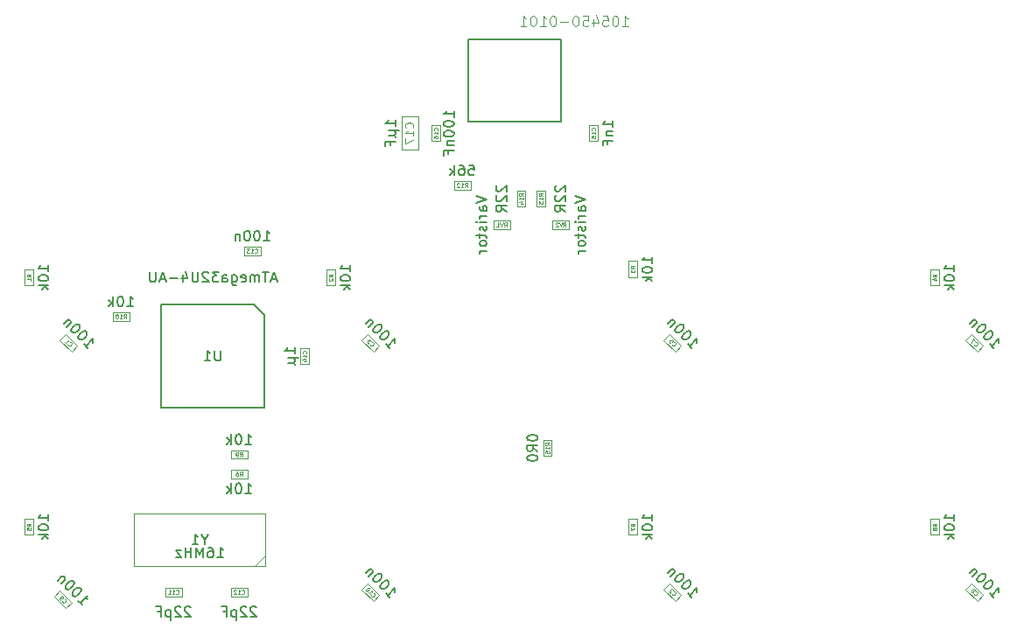
<source format=gbr>
G04 #@! TF.GenerationSoftware,KiCad,Pcbnew,(5.1.5)-3*
G04 #@! TF.CreationDate,2020-04-15T22:49:56+02:00*
G04 #@! TF.ProjectId,makroboard,6d616b72-6f62-46f6-9172-642e6b696361,rev?*
G04 #@! TF.SameCoordinates,Original*
G04 #@! TF.FileFunction,Other,Fab,Bot*
%FSLAX46Y46*%
G04 Gerber Fmt 4.6, Leading zero omitted, Abs format (unit mm)*
G04 Created by KiCad (PCBNEW (5.1.5)-3) date 2020-04-15 22:49:56*
%MOMM*%
%LPD*%
G04 APERTURE LIST*
%ADD10C,0.150000*%
%ADD11C,0.100000*%
%ADD12C,0.127000*%
%ADD13C,0.060000*%
%ADD14C,0.120000*%
%ADD15C,0.015000*%
G04 APERTURE END LIST*
D10*
X67500000Y-47070000D02*
X58500000Y-47070000D01*
X58500000Y-47070000D02*
X58500000Y-57070000D01*
X58500000Y-57070000D02*
X68500000Y-57070000D01*
X68500000Y-57070000D02*
X68500000Y-48070000D01*
X68500000Y-48070000D02*
X67500000Y-47070000D01*
D11*
X50378528Y-51082843D02*
X49247157Y-49951472D01*
X49812843Y-51648528D02*
X50378528Y-51082843D01*
X48681472Y-50517157D02*
X49812843Y-51648528D01*
X49247157Y-49951472D02*
X48681472Y-50517157D01*
X108798528Y-75212843D02*
X107667157Y-74081472D01*
X108232843Y-75778528D02*
X108798528Y-75212843D01*
X107101472Y-74647157D02*
X108232843Y-75778528D01*
X107667157Y-74081472D02*
X107101472Y-74647157D01*
X79588528Y-51082843D02*
X78457157Y-49951472D01*
X79022843Y-51648528D02*
X79588528Y-51082843D01*
X77891472Y-50517157D02*
X79022843Y-51648528D01*
X78457157Y-49951472D02*
X77891472Y-50517157D01*
X107667157Y-49951472D02*
X107101472Y-50517157D01*
X107101472Y-50517157D02*
X108232843Y-51648528D01*
X108232843Y-51648528D02*
X108798528Y-51082843D01*
X108798528Y-51082843D02*
X107667157Y-49951472D01*
X138008528Y-51082843D02*
X136877157Y-49951472D01*
X137442843Y-51648528D02*
X138008528Y-51082843D01*
X136311472Y-50517157D02*
X137442843Y-51648528D01*
X136877157Y-49951472D02*
X136311472Y-50517157D01*
X136877157Y-74081472D02*
X136311472Y-74647157D01*
X136311472Y-74647157D02*
X137442843Y-75778528D01*
X137442843Y-75778528D02*
X138008528Y-75212843D01*
X138008528Y-75212843D02*
X136877157Y-74081472D01*
X48690310Y-74794625D02*
X48124625Y-75360310D01*
X48124625Y-75360310D02*
X49255996Y-76491681D01*
X49255996Y-76491681D02*
X49821681Y-75925996D01*
X49821681Y-75925996D02*
X48690310Y-74794625D01*
X79588528Y-75212843D02*
X78457157Y-74081472D01*
X79022843Y-75778528D02*
X79588528Y-75212843D01*
X77891472Y-74647157D02*
X79022843Y-75778528D01*
X78457157Y-74081472D02*
X77891472Y-74647157D01*
X60490000Y-74530000D02*
X58890000Y-74530000D01*
X60490000Y-75330000D02*
X60490000Y-74530000D01*
X58890000Y-75330000D02*
X60490000Y-75330000D01*
X58890000Y-74530000D02*
X58890000Y-75330000D01*
X66840000Y-75330000D02*
X66840000Y-74530000D01*
X66840000Y-74530000D02*
X65240000Y-74530000D01*
X65240000Y-74530000D02*
X65240000Y-75330000D01*
X65240000Y-75330000D02*
X66840000Y-75330000D01*
X66510000Y-41510000D02*
X66510000Y-42310000D01*
X66510000Y-42310000D02*
X68110000Y-42310000D01*
X68110000Y-42310000D02*
X68110000Y-41510000D01*
X68110000Y-41510000D02*
X66510000Y-41510000D01*
X71990000Y-51270000D02*
X71990000Y-52870000D01*
X72790000Y-51270000D02*
X71990000Y-51270000D01*
X72790000Y-52870000D02*
X72790000Y-51270000D01*
X71990000Y-52870000D02*
X72790000Y-52870000D01*
X100730000Y-29680000D02*
X99930000Y-29680000D01*
X99930000Y-29680000D02*
X99930000Y-31280000D01*
X99930000Y-31280000D02*
X100730000Y-31280000D01*
X100730000Y-31280000D02*
X100730000Y-29680000D01*
X84690000Y-31280000D02*
X85490000Y-31280000D01*
X85490000Y-31280000D02*
X85490000Y-29680000D01*
X85490000Y-29680000D02*
X84690000Y-29680000D01*
X84690000Y-29680000D02*
X84690000Y-31280000D01*
X81750000Y-32080000D02*
X83350000Y-32080000D01*
X83350000Y-32080000D02*
X83350000Y-28880000D01*
X83350000Y-28880000D02*
X81750000Y-28880000D01*
X81750000Y-28880000D02*
X81750000Y-32080000D01*
D12*
X88240000Y-21450000D02*
X97180000Y-21450000D01*
X97180000Y-21450000D02*
X97180000Y-29350000D01*
X97180000Y-29350000D02*
X88240000Y-29350000D01*
X88240000Y-29350000D02*
X88240000Y-21450000D01*
D11*
X46120000Y-45250000D02*
X46120000Y-43650000D01*
X45320000Y-45250000D02*
X46120000Y-45250000D01*
X45320000Y-43650000D02*
X45320000Y-45250000D01*
X46120000Y-43650000D02*
X45320000Y-43650000D01*
X75330000Y-43650000D02*
X74530000Y-43650000D01*
X74530000Y-43650000D02*
X74530000Y-45250000D01*
X74530000Y-45250000D02*
X75330000Y-45250000D01*
X75330000Y-45250000D02*
X75330000Y-43650000D01*
X104540000Y-44462500D02*
X104540000Y-42862500D01*
X103740000Y-44462500D02*
X104540000Y-44462500D01*
X103740000Y-42862500D02*
X103740000Y-44462500D01*
X104540000Y-42862500D02*
X103740000Y-42862500D01*
X133750000Y-43650000D02*
X132950000Y-43650000D01*
X132950000Y-43650000D02*
X132950000Y-45250000D01*
X132950000Y-45250000D02*
X133750000Y-45250000D01*
X133750000Y-45250000D02*
X133750000Y-43650000D01*
X46120000Y-69380000D02*
X46120000Y-67780000D01*
X45320000Y-69380000D02*
X46120000Y-69380000D01*
X45320000Y-67780000D02*
X45320000Y-69380000D01*
X46120000Y-67780000D02*
X45320000Y-67780000D01*
X66840000Y-63900000D02*
X66840000Y-63100000D01*
X66840000Y-63100000D02*
X65240000Y-63100000D01*
X65240000Y-63100000D02*
X65240000Y-63900000D01*
X65240000Y-63900000D02*
X66840000Y-63900000D01*
X104540000Y-67780000D02*
X103740000Y-67780000D01*
X103740000Y-67780000D02*
X103740000Y-69380000D01*
X103740000Y-69380000D02*
X104540000Y-69380000D01*
X104540000Y-69380000D02*
X104540000Y-67780000D01*
X133750000Y-67780000D02*
X132950000Y-67780000D01*
X132950000Y-67780000D02*
X132950000Y-69380000D01*
X132950000Y-69380000D02*
X133750000Y-69380000D01*
X133750000Y-69380000D02*
X133750000Y-67780000D01*
X65240000Y-61195000D02*
X65240000Y-61995000D01*
X65240000Y-61995000D02*
X66840000Y-61995000D01*
X66840000Y-61995000D02*
X66840000Y-61195000D01*
X66840000Y-61195000D02*
X65240000Y-61195000D01*
X55410000Y-47860000D02*
X53810000Y-47860000D01*
X55410000Y-48660000D02*
X55410000Y-47860000D01*
X53810000Y-48660000D02*
X55410000Y-48660000D01*
X53810000Y-47860000D02*
X53810000Y-48660000D01*
X88430000Y-35160000D02*
X86830000Y-35160000D01*
X88430000Y-35960000D02*
X88430000Y-35160000D01*
X86830000Y-35960000D02*
X88430000Y-35960000D01*
X86830000Y-35160000D02*
X86830000Y-35960000D01*
X94850000Y-37630000D02*
X95650000Y-37630000D01*
X95650000Y-37630000D02*
X95650000Y-36030000D01*
X95650000Y-36030000D02*
X94850000Y-36030000D01*
X94850000Y-36030000D02*
X94850000Y-37630000D01*
X92945000Y-36030000D02*
X92945000Y-37630000D01*
X93745000Y-36030000D02*
X92945000Y-36030000D01*
X93745000Y-37630000D02*
X93745000Y-36030000D01*
X92945000Y-37630000D02*
X93745000Y-37630000D01*
X95485000Y-60160000D02*
X95485000Y-61760000D01*
X96285000Y-60160000D02*
X95485000Y-60160000D01*
X96285000Y-61760000D02*
X96285000Y-60160000D01*
X95485000Y-61760000D02*
X96285000Y-61760000D01*
X92240000Y-39770000D02*
X92240000Y-38970000D01*
X92240000Y-38970000D02*
X90640000Y-38970000D01*
X90640000Y-38970000D02*
X90640000Y-39770000D01*
X90640000Y-39770000D02*
X92240000Y-39770000D01*
X97955000Y-38970000D02*
X96355000Y-38970000D01*
X97955000Y-39770000D02*
X97955000Y-38970000D01*
X96355000Y-39770000D02*
X97955000Y-39770000D01*
X96355000Y-38970000D02*
X96355000Y-39770000D01*
X68580000Y-67310000D02*
X68580000Y-72390000D01*
X68580000Y-72390000D02*
X55880000Y-72390000D01*
X55880000Y-72390000D02*
X55880000Y-67310000D01*
X55880000Y-67310000D02*
X68580000Y-67310000D01*
X68580000Y-71390000D02*
X67580000Y-72390000D01*
D10*
X69642857Y-44616666D02*
X69166666Y-44616666D01*
X69738095Y-44902380D02*
X69404761Y-43902380D01*
X69071428Y-44902380D01*
X68880952Y-43902380D02*
X68309523Y-43902380D01*
X68595238Y-44902380D02*
X68595238Y-43902380D01*
X67976190Y-44902380D02*
X67976190Y-44235714D01*
X67976190Y-44330952D02*
X67928571Y-44283333D01*
X67833333Y-44235714D01*
X67690476Y-44235714D01*
X67595238Y-44283333D01*
X67547619Y-44378571D01*
X67547619Y-44902380D01*
X67547619Y-44378571D02*
X67500000Y-44283333D01*
X67404761Y-44235714D01*
X67261904Y-44235714D01*
X67166666Y-44283333D01*
X67119047Y-44378571D01*
X67119047Y-44902380D01*
X66261904Y-44854761D02*
X66357142Y-44902380D01*
X66547619Y-44902380D01*
X66642857Y-44854761D01*
X66690476Y-44759523D01*
X66690476Y-44378571D01*
X66642857Y-44283333D01*
X66547619Y-44235714D01*
X66357142Y-44235714D01*
X66261904Y-44283333D01*
X66214285Y-44378571D01*
X66214285Y-44473809D01*
X66690476Y-44569047D01*
X65357142Y-44235714D02*
X65357142Y-45045238D01*
X65404761Y-45140476D01*
X65452380Y-45188095D01*
X65547619Y-45235714D01*
X65690476Y-45235714D01*
X65785714Y-45188095D01*
X65357142Y-44854761D02*
X65452380Y-44902380D01*
X65642857Y-44902380D01*
X65738095Y-44854761D01*
X65785714Y-44807142D01*
X65833333Y-44711904D01*
X65833333Y-44426190D01*
X65785714Y-44330952D01*
X65738095Y-44283333D01*
X65642857Y-44235714D01*
X65452380Y-44235714D01*
X65357142Y-44283333D01*
X64452380Y-44902380D02*
X64452380Y-44378571D01*
X64500000Y-44283333D01*
X64595238Y-44235714D01*
X64785714Y-44235714D01*
X64880952Y-44283333D01*
X64452380Y-44854761D02*
X64547619Y-44902380D01*
X64785714Y-44902380D01*
X64880952Y-44854761D01*
X64928571Y-44759523D01*
X64928571Y-44664285D01*
X64880952Y-44569047D01*
X64785714Y-44521428D01*
X64547619Y-44521428D01*
X64452380Y-44473809D01*
X64071428Y-43902380D02*
X63452380Y-43902380D01*
X63785714Y-44283333D01*
X63642857Y-44283333D01*
X63547619Y-44330952D01*
X63500000Y-44378571D01*
X63452380Y-44473809D01*
X63452380Y-44711904D01*
X63500000Y-44807142D01*
X63547619Y-44854761D01*
X63642857Y-44902380D01*
X63928571Y-44902380D01*
X64023809Y-44854761D01*
X64071428Y-44807142D01*
X63071428Y-43997619D02*
X63023809Y-43950000D01*
X62928571Y-43902380D01*
X62690476Y-43902380D01*
X62595238Y-43950000D01*
X62547619Y-43997619D01*
X62500000Y-44092857D01*
X62500000Y-44188095D01*
X62547619Y-44330952D01*
X63119047Y-44902380D01*
X62500000Y-44902380D01*
X62071428Y-43902380D02*
X62071428Y-44711904D01*
X62023809Y-44807142D01*
X61976190Y-44854761D01*
X61880952Y-44902380D01*
X61690476Y-44902380D01*
X61595238Y-44854761D01*
X61547619Y-44807142D01*
X61500000Y-44711904D01*
X61500000Y-43902380D01*
X60595238Y-44235714D02*
X60595238Y-44902380D01*
X60833333Y-43854761D02*
X61071428Y-44569047D01*
X60452380Y-44569047D01*
X60071428Y-44521428D02*
X59309523Y-44521428D01*
X58880952Y-44616666D02*
X58404761Y-44616666D01*
X58976190Y-44902380D02*
X58642857Y-43902380D01*
X58309523Y-44902380D01*
X57976190Y-43902380D02*
X57976190Y-44711904D01*
X57928571Y-44807142D01*
X57880952Y-44854761D01*
X57785714Y-44902380D01*
X57595238Y-44902380D01*
X57500000Y-44854761D01*
X57452380Y-44807142D01*
X57404761Y-44711904D01*
X57404761Y-43902380D01*
X64261904Y-51522380D02*
X64261904Y-52331904D01*
X64214285Y-52427142D01*
X64166666Y-52474761D01*
X64071428Y-52522380D01*
X63880952Y-52522380D01*
X63785714Y-52474761D01*
X63738095Y-52427142D01*
X63690476Y-52331904D01*
X63690476Y-51522380D01*
X62690476Y-52522380D02*
X63261904Y-52522380D01*
X62976190Y-52522380D02*
X62976190Y-51522380D01*
X63071428Y-51665238D01*
X63166666Y-51760476D01*
X63261904Y-51808095D01*
X51012567Y-50900004D02*
X51416628Y-51304065D01*
X51214598Y-51102035D02*
X51921704Y-50394928D01*
X51888033Y-50563287D01*
X51888033Y-50697974D01*
X51921704Y-50798989D01*
X51281941Y-49755165D02*
X51214598Y-49687821D01*
X51113582Y-49654149D01*
X51046239Y-49654149D01*
X50945224Y-49687821D01*
X50776865Y-49788837D01*
X50608506Y-49957195D01*
X50507491Y-50125554D01*
X50473819Y-50226569D01*
X50473819Y-50293913D01*
X50507491Y-50394928D01*
X50574834Y-50462272D01*
X50675850Y-50495943D01*
X50743193Y-50495943D01*
X50844208Y-50462272D01*
X51012567Y-50361256D01*
X51180926Y-50192898D01*
X51281941Y-50024539D01*
X51315613Y-49923524D01*
X51315613Y-49856180D01*
X51281941Y-49755165D01*
X50608506Y-49081730D02*
X50541163Y-49014386D01*
X50440147Y-48980714D01*
X50372804Y-48980714D01*
X50271788Y-49014386D01*
X50103430Y-49115401D01*
X49935071Y-49283760D01*
X49834056Y-49452119D01*
X49800384Y-49553134D01*
X49800384Y-49620478D01*
X49834056Y-49721493D01*
X49901399Y-49788837D01*
X50002414Y-49822508D01*
X50069758Y-49822508D01*
X50170773Y-49788837D01*
X50339132Y-49687821D01*
X50507491Y-49519462D01*
X50608506Y-49351104D01*
X50642178Y-49250088D01*
X50642178Y-49182745D01*
X50608506Y-49081730D01*
X49834056Y-48778684D02*
X49362651Y-49250088D01*
X49766712Y-48846027D02*
X49766712Y-48778684D01*
X49733040Y-48677669D01*
X49632025Y-48576653D01*
X49531010Y-48542982D01*
X49429995Y-48576653D01*
X49059605Y-48947043D01*
D13*
X49476125Y-50948155D02*
X49476125Y-50975093D01*
X49503062Y-51028967D01*
X49530000Y-51055905D01*
X49583874Y-51082842D01*
X49637749Y-51082842D01*
X49678155Y-51069374D01*
X49745499Y-51028967D01*
X49785905Y-50988561D01*
X49826311Y-50921218D01*
X49839780Y-50880812D01*
X49839780Y-50826937D01*
X49812842Y-50773062D01*
X49785905Y-50746125D01*
X49732030Y-50719187D01*
X49705093Y-50719187D01*
X49179813Y-50705719D02*
X49341438Y-50867343D01*
X49260625Y-50786531D02*
X49543468Y-50503688D01*
X49529999Y-50571032D01*
X49529999Y-50624906D01*
X49543468Y-50665312D01*
D10*
X109432567Y-75030004D02*
X109836628Y-75434065D01*
X109634598Y-75232035D02*
X110341704Y-74524928D01*
X110308033Y-74693287D01*
X110308033Y-74827974D01*
X110341704Y-74928989D01*
X109701941Y-73885165D02*
X109634598Y-73817821D01*
X109533582Y-73784149D01*
X109466239Y-73784149D01*
X109365224Y-73817821D01*
X109196865Y-73918836D01*
X109028506Y-74087195D01*
X108927491Y-74255554D01*
X108893819Y-74356569D01*
X108893819Y-74423913D01*
X108927491Y-74524928D01*
X108994834Y-74592272D01*
X109095850Y-74625943D01*
X109163193Y-74625943D01*
X109264208Y-74592272D01*
X109432567Y-74491256D01*
X109600926Y-74322898D01*
X109701941Y-74154539D01*
X109735613Y-74053524D01*
X109735613Y-73986180D01*
X109701941Y-73885165D01*
X109028506Y-73211730D02*
X108961162Y-73144386D01*
X108860147Y-73110714D01*
X108792804Y-73110714D01*
X108691788Y-73144386D01*
X108523430Y-73245401D01*
X108355071Y-73413760D01*
X108254056Y-73582119D01*
X108220384Y-73683134D01*
X108220384Y-73750478D01*
X108254056Y-73851493D01*
X108321399Y-73918837D01*
X108422414Y-73952508D01*
X108489758Y-73952508D01*
X108590773Y-73918836D01*
X108759132Y-73817821D01*
X108927491Y-73649462D01*
X109028506Y-73481104D01*
X109062178Y-73380088D01*
X109062178Y-73312745D01*
X109028506Y-73211730D01*
X108254056Y-72908684D02*
X107782651Y-73380088D01*
X108186712Y-72976027D02*
X108186712Y-72908684D01*
X108153040Y-72807669D01*
X108052025Y-72706653D01*
X107951010Y-72672982D01*
X107849995Y-72706653D01*
X107479605Y-73077043D01*
D13*
X107896125Y-75078155D02*
X107896125Y-75105093D01*
X107923062Y-75158967D01*
X107949999Y-75185905D01*
X108003874Y-75212842D01*
X108057749Y-75212842D01*
X108098155Y-75199374D01*
X108165499Y-75158967D01*
X108205905Y-75118561D01*
X108246311Y-75051218D01*
X108259780Y-75010812D01*
X108259780Y-74956937D01*
X108232842Y-74903062D01*
X108205905Y-74876125D01*
X108152030Y-74849187D01*
X108125093Y-74849187D01*
X108017343Y-74741438D02*
X108017343Y-74714500D01*
X108003874Y-74674094D01*
X107936531Y-74606751D01*
X107896125Y-74593282D01*
X107869187Y-74593282D01*
X107828781Y-74606751D01*
X107801844Y-74633688D01*
X107774906Y-74687563D01*
X107774906Y-75010812D01*
X107599813Y-74835719D01*
D10*
X80222567Y-50900004D02*
X80626628Y-51304065D01*
X80424598Y-51102035D02*
X81131704Y-50394928D01*
X81098033Y-50563287D01*
X81098033Y-50697974D01*
X81131704Y-50798989D01*
X80491941Y-49755165D02*
X80424598Y-49687821D01*
X80323582Y-49654149D01*
X80256239Y-49654149D01*
X80155224Y-49687821D01*
X79986865Y-49788836D01*
X79818506Y-49957195D01*
X79717491Y-50125554D01*
X79683819Y-50226569D01*
X79683819Y-50293913D01*
X79717491Y-50394928D01*
X79784834Y-50462272D01*
X79885850Y-50495943D01*
X79953193Y-50495943D01*
X80054208Y-50462272D01*
X80222567Y-50361256D01*
X80390926Y-50192898D01*
X80491941Y-50024539D01*
X80525613Y-49923524D01*
X80525613Y-49856180D01*
X80491941Y-49755165D01*
X79818506Y-49081730D02*
X79751162Y-49014386D01*
X79650147Y-48980714D01*
X79582804Y-48980714D01*
X79481788Y-49014386D01*
X79313430Y-49115401D01*
X79145071Y-49283760D01*
X79044056Y-49452119D01*
X79010384Y-49553134D01*
X79010384Y-49620478D01*
X79044056Y-49721493D01*
X79111399Y-49788837D01*
X79212414Y-49822508D01*
X79279758Y-49822508D01*
X79380773Y-49788836D01*
X79549132Y-49687821D01*
X79717491Y-49519462D01*
X79818506Y-49351104D01*
X79852178Y-49250088D01*
X79852178Y-49182745D01*
X79818506Y-49081730D01*
X79044056Y-48778684D02*
X78572651Y-49250088D01*
X78976712Y-48846027D02*
X78976712Y-48778684D01*
X78943040Y-48677669D01*
X78842025Y-48576653D01*
X78741010Y-48542982D01*
X78639995Y-48576653D01*
X78269605Y-48947043D01*
D13*
X78686125Y-50948155D02*
X78686125Y-50975093D01*
X78713062Y-51028967D01*
X78740000Y-51055905D01*
X78793874Y-51082842D01*
X78847749Y-51082842D01*
X78888155Y-51069374D01*
X78955499Y-51028967D01*
X78995905Y-50988561D01*
X79036311Y-50921218D01*
X79049780Y-50880812D01*
X79049780Y-50826937D01*
X79022842Y-50773062D01*
X78995905Y-50746125D01*
X78942030Y-50719187D01*
X78915093Y-50719187D01*
X78847749Y-50597969D02*
X78672656Y-50422876D01*
X78659187Y-50624906D01*
X78618781Y-50584500D01*
X78578375Y-50571032D01*
X78551438Y-50571032D01*
X78511032Y-50584500D01*
X78443688Y-50651844D01*
X78430219Y-50692250D01*
X78430219Y-50719187D01*
X78443688Y-50759593D01*
X78524500Y-50840406D01*
X78564906Y-50853874D01*
X78591844Y-50853874D01*
D10*
X109432567Y-50900004D02*
X109836628Y-51304065D01*
X109634598Y-51102035D02*
X110341704Y-50394928D01*
X110308033Y-50563287D01*
X110308033Y-50697974D01*
X110341704Y-50798989D01*
X109701941Y-49755165D02*
X109634598Y-49687821D01*
X109533582Y-49654149D01*
X109466239Y-49654149D01*
X109365224Y-49687821D01*
X109196865Y-49788836D01*
X109028506Y-49957195D01*
X108927491Y-50125554D01*
X108893819Y-50226569D01*
X108893819Y-50293913D01*
X108927491Y-50394928D01*
X108994834Y-50462272D01*
X109095850Y-50495943D01*
X109163193Y-50495943D01*
X109264208Y-50462272D01*
X109432567Y-50361256D01*
X109600926Y-50192898D01*
X109701941Y-50024539D01*
X109735613Y-49923524D01*
X109735613Y-49856180D01*
X109701941Y-49755165D01*
X109028506Y-49081730D02*
X108961162Y-49014386D01*
X108860147Y-48980714D01*
X108792804Y-48980714D01*
X108691788Y-49014386D01*
X108523430Y-49115401D01*
X108355071Y-49283760D01*
X108254056Y-49452119D01*
X108220384Y-49553134D01*
X108220384Y-49620478D01*
X108254056Y-49721493D01*
X108321399Y-49788837D01*
X108422414Y-49822508D01*
X108489758Y-49822508D01*
X108590773Y-49788836D01*
X108759132Y-49687821D01*
X108927491Y-49519462D01*
X109028506Y-49351104D01*
X109062178Y-49250088D01*
X109062178Y-49182745D01*
X109028506Y-49081730D01*
X108254056Y-48778684D02*
X107782651Y-49250088D01*
X108186712Y-48846027D02*
X108186712Y-48778684D01*
X108153040Y-48677669D01*
X108052025Y-48576653D01*
X107951010Y-48542982D01*
X107849995Y-48576653D01*
X107479605Y-48947043D01*
D13*
X107896125Y-50948155D02*
X107896125Y-50975093D01*
X107923062Y-51028967D01*
X107950000Y-51055905D01*
X108003874Y-51082842D01*
X108057749Y-51082842D01*
X108098155Y-51069374D01*
X108165499Y-51028967D01*
X108205905Y-50988561D01*
X108246311Y-50921218D01*
X108259780Y-50880812D01*
X108259780Y-50826937D01*
X108232842Y-50773062D01*
X108205905Y-50746125D01*
X108152030Y-50719187D01*
X108125093Y-50719187D01*
X107896125Y-50436345D02*
X108030812Y-50571032D01*
X107909593Y-50719187D01*
X107909593Y-50692250D01*
X107896125Y-50651844D01*
X107828781Y-50584500D01*
X107788375Y-50571032D01*
X107761438Y-50571032D01*
X107721032Y-50584500D01*
X107653688Y-50651844D01*
X107640219Y-50692250D01*
X107640219Y-50719187D01*
X107653688Y-50759593D01*
X107721032Y-50826937D01*
X107761438Y-50840406D01*
X107788375Y-50840406D01*
D10*
X138642567Y-50900004D02*
X139046628Y-51304065D01*
X138844598Y-51102035D02*
X139551704Y-50394928D01*
X139518033Y-50563287D01*
X139518033Y-50697974D01*
X139551704Y-50798989D01*
X138911941Y-49755165D02*
X138844598Y-49687821D01*
X138743582Y-49654149D01*
X138676239Y-49654149D01*
X138575224Y-49687821D01*
X138406865Y-49788836D01*
X138238506Y-49957195D01*
X138137491Y-50125554D01*
X138103819Y-50226569D01*
X138103819Y-50293913D01*
X138137491Y-50394928D01*
X138204834Y-50462272D01*
X138305850Y-50495943D01*
X138373193Y-50495943D01*
X138474208Y-50462272D01*
X138642567Y-50361256D01*
X138810926Y-50192898D01*
X138911941Y-50024539D01*
X138945613Y-49923524D01*
X138945613Y-49856180D01*
X138911941Y-49755165D01*
X138238506Y-49081730D02*
X138171163Y-49014386D01*
X138070147Y-48980714D01*
X138002804Y-48980714D01*
X137901788Y-49014386D01*
X137733430Y-49115401D01*
X137565071Y-49283760D01*
X137464056Y-49452119D01*
X137430384Y-49553134D01*
X137430384Y-49620478D01*
X137464056Y-49721493D01*
X137531399Y-49788837D01*
X137632414Y-49822508D01*
X137699758Y-49822508D01*
X137800773Y-49788836D01*
X137969132Y-49687821D01*
X138137491Y-49519462D01*
X138238506Y-49351104D01*
X138272178Y-49250088D01*
X138272178Y-49182745D01*
X138238506Y-49081730D01*
X137464056Y-48778684D02*
X136992651Y-49250088D01*
X137396712Y-48846027D02*
X137396712Y-48778684D01*
X137363040Y-48677669D01*
X137262025Y-48576653D01*
X137161010Y-48542982D01*
X137059995Y-48576653D01*
X136689605Y-48947043D01*
D13*
X137106125Y-50948155D02*
X137106125Y-50975093D01*
X137133062Y-51028967D01*
X137160000Y-51055905D01*
X137213874Y-51082842D01*
X137267749Y-51082842D01*
X137308155Y-51069374D01*
X137375499Y-51028967D01*
X137415905Y-50988561D01*
X137456311Y-50921218D01*
X137469780Y-50880812D01*
X137469780Y-50826937D01*
X137442842Y-50773062D01*
X137415905Y-50746125D01*
X137362030Y-50719187D01*
X137335093Y-50719187D01*
X137267749Y-50597969D02*
X137079187Y-50409407D01*
X136917563Y-50813468D01*
D10*
X138642567Y-75030004D02*
X139046628Y-75434065D01*
X138844598Y-75232035D02*
X139551704Y-74524928D01*
X139518033Y-74693287D01*
X139518033Y-74827974D01*
X139551704Y-74928989D01*
X138911941Y-73885165D02*
X138844598Y-73817821D01*
X138743582Y-73784149D01*
X138676239Y-73784149D01*
X138575224Y-73817821D01*
X138406865Y-73918836D01*
X138238506Y-74087195D01*
X138137491Y-74255554D01*
X138103819Y-74356569D01*
X138103819Y-74423913D01*
X138137491Y-74524928D01*
X138204834Y-74592272D01*
X138305850Y-74625943D01*
X138373193Y-74625943D01*
X138474208Y-74592272D01*
X138642567Y-74491256D01*
X138810926Y-74322898D01*
X138911941Y-74154539D01*
X138945613Y-74053524D01*
X138945613Y-73986180D01*
X138911941Y-73885165D01*
X138238506Y-73211730D02*
X138171163Y-73144386D01*
X138070147Y-73110714D01*
X138002804Y-73110714D01*
X137901788Y-73144386D01*
X137733430Y-73245401D01*
X137565071Y-73413760D01*
X137464056Y-73582119D01*
X137430384Y-73683134D01*
X137430384Y-73750478D01*
X137464056Y-73851493D01*
X137531399Y-73918837D01*
X137632414Y-73952508D01*
X137699758Y-73952508D01*
X137800773Y-73918836D01*
X137969132Y-73817821D01*
X138137491Y-73649462D01*
X138238506Y-73481104D01*
X138272178Y-73380088D01*
X138272178Y-73312745D01*
X138238506Y-73211730D01*
X137464056Y-72908684D02*
X136992651Y-73380088D01*
X137396712Y-72976027D02*
X137396712Y-72908684D01*
X137363040Y-72807669D01*
X137262025Y-72706653D01*
X137161010Y-72672982D01*
X137059995Y-72706653D01*
X136689605Y-73077043D01*
D13*
X137106125Y-75078155D02*
X137106125Y-75105093D01*
X137133062Y-75158967D01*
X137160000Y-75185905D01*
X137213874Y-75212842D01*
X137267749Y-75212842D01*
X137308155Y-75199374D01*
X137375499Y-75158967D01*
X137415905Y-75118561D01*
X137456311Y-75051218D01*
X137469780Y-75010812D01*
X137469780Y-74956937D01*
X137442842Y-74903062D01*
X137415905Y-74876125D01*
X137362030Y-74849187D01*
X137335093Y-74849187D01*
X137079187Y-74781844D02*
X137119593Y-74795312D01*
X137146531Y-74795312D01*
X137186937Y-74781844D01*
X137200406Y-74768375D01*
X137213874Y-74727969D01*
X137213874Y-74701032D01*
X137200406Y-74660625D01*
X137146531Y-74606751D01*
X137106125Y-74593282D01*
X137079187Y-74593282D01*
X137038781Y-74606751D01*
X137025312Y-74620219D01*
X137011844Y-74660625D01*
X137011844Y-74687563D01*
X137025312Y-74727969D01*
X137079187Y-74781844D01*
X137092656Y-74822250D01*
X137092656Y-74849187D01*
X137079187Y-74889593D01*
X137025312Y-74943468D01*
X136984906Y-74956937D01*
X136957969Y-74956937D01*
X136917563Y-74943468D01*
X136863688Y-74889593D01*
X136850219Y-74849187D01*
X136850219Y-74822250D01*
X136863688Y-74781844D01*
X136917563Y-74727969D01*
X136957969Y-74714500D01*
X136984906Y-74714500D01*
X137025312Y-74727969D01*
D10*
X50455720Y-75743157D02*
X50859781Y-76147218D01*
X50657751Y-75945188D02*
X51364857Y-75238081D01*
X51331186Y-75406440D01*
X51331186Y-75541127D01*
X51364857Y-75642142D01*
X50725094Y-74598318D02*
X50657751Y-74530974D01*
X50556735Y-74497302D01*
X50489392Y-74497302D01*
X50388377Y-74530974D01*
X50220018Y-74631990D01*
X50051659Y-74800348D01*
X49950644Y-74968707D01*
X49916972Y-75069722D01*
X49916972Y-75137066D01*
X49950644Y-75238081D01*
X50017987Y-75305425D01*
X50119003Y-75339096D01*
X50186346Y-75339096D01*
X50287361Y-75305425D01*
X50455720Y-75204409D01*
X50624079Y-75036051D01*
X50725094Y-74867692D01*
X50758766Y-74766677D01*
X50758766Y-74699333D01*
X50725094Y-74598318D01*
X50051659Y-73924883D02*
X49984316Y-73857539D01*
X49883300Y-73823867D01*
X49815957Y-73823867D01*
X49714941Y-73857539D01*
X49546583Y-73958554D01*
X49378224Y-74126913D01*
X49277209Y-74295272D01*
X49243537Y-74396287D01*
X49243537Y-74463631D01*
X49277209Y-74564646D01*
X49344552Y-74631990D01*
X49445567Y-74665661D01*
X49512911Y-74665661D01*
X49613926Y-74631990D01*
X49782285Y-74530974D01*
X49950644Y-74362615D01*
X50051659Y-74194257D01*
X50085331Y-74093241D01*
X50085331Y-74025898D01*
X50051659Y-73924883D01*
X49277209Y-73621837D02*
X48805804Y-74093241D01*
X49209865Y-73689180D02*
X49209865Y-73621837D01*
X49176193Y-73520822D01*
X49075178Y-73419806D01*
X48974163Y-73386135D01*
X48873148Y-73419806D01*
X48502758Y-73790196D01*
D13*
X48919278Y-75791308D02*
X48919278Y-75818246D01*
X48946215Y-75872120D01*
X48973152Y-75899058D01*
X49027027Y-75925995D01*
X49080902Y-75925995D01*
X49121308Y-75912527D01*
X49188652Y-75872120D01*
X49229058Y-75831714D01*
X49269464Y-75764371D01*
X49282933Y-75723965D01*
X49282933Y-75670090D01*
X49255995Y-75616215D01*
X49229058Y-75589278D01*
X49175183Y-75562340D01*
X49148246Y-75562340D01*
X48757653Y-75683559D02*
X48703778Y-75629684D01*
X48690310Y-75589278D01*
X48690310Y-75562340D01*
X48703778Y-75494997D01*
X48744185Y-75427653D01*
X48851934Y-75319904D01*
X48892340Y-75306435D01*
X48919278Y-75306435D01*
X48959684Y-75319904D01*
X49013559Y-75373778D01*
X49027027Y-75414185D01*
X49027027Y-75441122D01*
X49013559Y-75481528D01*
X48946215Y-75548872D01*
X48905809Y-75562340D01*
X48878872Y-75562340D01*
X48838465Y-75548872D01*
X48784591Y-75494997D01*
X48771122Y-75454591D01*
X48771122Y-75427653D01*
X48784591Y-75387247D01*
D10*
X80222567Y-75030004D02*
X80626628Y-75434065D01*
X80424598Y-75232035D02*
X81131704Y-74524928D01*
X81098033Y-74693287D01*
X81098033Y-74827974D01*
X81131704Y-74928989D01*
X80491941Y-73885165D02*
X80424598Y-73817821D01*
X80323582Y-73784149D01*
X80256239Y-73784149D01*
X80155224Y-73817821D01*
X79986865Y-73918836D01*
X79818506Y-74087195D01*
X79717491Y-74255554D01*
X79683819Y-74356569D01*
X79683819Y-74423913D01*
X79717491Y-74524928D01*
X79784834Y-74592272D01*
X79885850Y-74625943D01*
X79953193Y-74625943D01*
X80054208Y-74592272D01*
X80222567Y-74491256D01*
X80390926Y-74322898D01*
X80491941Y-74154539D01*
X80525613Y-74053524D01*
X80525613Y-73986180D01*
X80491941Y-73885165D01*
X79818506Y-73211730D02*
X79751162Y-73144386D01*
X79650147Y-73110714D01*
X79582804Y-73110714D01*
X79481788Y-73144386D01*
X79313430Y-73245401D01*
X79145071Y-73413760D01*
X79044056Y-73582119D01*
X79010384Y-73683134D01*
X79010384Y-73750478D01*
X79044056Y-73851493D01*
X79111399Y-73918837D01*
X79212414Y-73952508D01*
X79279758Y-73952508D01*
X79380773Y-73918836D01*
X79549132Y-73817821D01*
X79717491Y-73649462D01*
X79818506Y-73481104D01*
X79852178Y-73380088D01*
X79852178Y-73312745D01*
X79818506Y-73211730D01*
X79044056Y-72908684D02*
X78572651Y-73380088D01*
X78976712Y-72976027D02*
X78976712Y-72908684D01*
X78943040Y-72807669D01*
X78842025Y-72706653D01*
X78741010Y-72672982D01*
X78639995Y-72706653D01*
X78269605Y-73077043D01*
D13*
X78820812Y-75212842D02*
X78820812Y-75239780D01*
X78847749Y-75293654D01*
X78874687Y-75320592D01*
X78928561Y-75347529D01*
X78982436Y-75347529D01*
X79022842Y-75334061D01*
X79090186Y-75293654D01*
X79130592Y-75253248D01*
X79170998Y-75185905D01*
X79184467Y-75145499D01*
X79184467Y-75091624D01*
X79157529Y-75037749D01*
X79130592Y-75010812D01*
X79076717Y-74983874D01*
X79049780Y-74983874D01*
X78524500Y-74970406D02*
X78686125Y-75132030D01*
X78605312Y-75051218D02*
X78888155Y-74768375D01*
X78874687Y-74835719D01*
X78874687Y-74889593D01*
X78888155Y-74929999D01*
X78632250Y-74512470D02*
X78605312Y-74485532D01*
X78564906Y-74472064D01*
X78537969Y-74472064D01*
X78497563Y-74485532D01*
X78430219Y-74525938D01*
X78362876Y-74593282D01*
X78322470Y-74660625D01*
X78309001Y-74701032D01*
X78309001Y-74727969D01*
X78322470Y-74768375D01*
X78349407Y-74795312D01*
X78389813Y-74808781D01*
X78416751Y-74808781D01*
X78457157Y-74795312D01*
X78524500Y-74754906D01*
X78591844Y-74687563D01*
X78632250Y-74620219D01*
X78645719Y-74579813D01*
X78645719Y-74552876D01*
X78632250Y-74512470D01*
D10*
X61332857Y-76382619D02*
X61285238Y-76335000D01*
X61190000Y-76287380D01*
X60951904Y-76287380D01*
X60856666Y-76335000D01*
X60809047Y-76382619D01*
X60761428Y-76477857D01*
X60761428Y-76573095D01*
X60809047Y-76715952D01*
X61380476Y-77287380D01*
X60761428Y-77287380D01*
X60380476Y-76382619D02*
X60332857Y-76335000D01*
X60237619Y-76287380D01*
X59999523Y-76287380D01*
X59904285Y-76335000D01*
X59856666Y-76382619D01*
X59809047Y-76477857D01*
X59809047Y-76573095D01*
X59856666Y-76715952D01*
X60428095Y-77287380D01*
X59809047Y-77287380D01*
X59380476Y-76620714D02*
X59380476Y-77620714D01*
X59380476Y-76668333D02*
X59285238Y-76620714D01*
X59094761Y-76620714D01*
X58999523Y-76668333D01*
X58951904Y-76715952D01*
X58904285Y-76811190D01*
X58904285Y-77096904D01*
X58951904Y-77192142D01*
X58999523Y-77239761D01*
X59094761Y-77287380D01*
X59285238Y-77287380D01*
X59380476Y-77239761D01*
X58142380Y-76763571D02*
X58475714Y-76763571D01*
X58475714Y-77287380D02*
X58475714Y-76287380D01*
X57999523Y-76287380D01*
D13*
X59947142Y-75072857D02*
X59966190Y-75091904D01*
X60023333Y-75110952D01*
X60061428Y-75110952D01*
X60118571Y-75091904D01*
X60156666Y-75053809D01*
X60175714Y-75015714D01*
X60194761Y-74939523D01*
X60194761Y-74882380D01*
X60175714Y-74806190D01*
X60156666Y-74768095D01*
X60118571Y-74730000D01*
X60061428Y-74710952D01*
X60023333Y-74710952D01*
X59966190Y-74730000D01*
X59947142Y-74749047D01*
X59566190Y-75110952D02*
X59794761Y-75110952D01*
X59680476Y-75110952D02*
X59680476Y-74710952D01*
X59718571Y-74768095D01*
X59756666Y-74806190D01*
X59794761Y-74825238D01*
X59185238Y-75110952D02*
X59413809Y-75110952D01*
X59299523Y-75110952D02*
X59299523Y-74710952D01*
X59337619Y-74768095D01*
X59375714Y-74806190D01*
X59413809Y-74825238D01*
D10*
X67682857Y-76382619D02*
X67635238Y-76335000D01*
X67540000Y-76287380D01*
X67301904Y-76287380D01*
X67206666Y-76335000D01*
X67159047Y-76382619D01*
X67111428Y-76477857D01*
X67111428Y-76573095D01*
X67159047Y-76715952D01*
X67730476Y-77287380D01*
X67111428Y-77287380D01*
X66730476Y-76382619D02*
X66682857Y-76335000D01*
X66587619Y-76287380D01*
X66349523Y-76287380D01*
X66254285Y-76335000D01*
X66206666Y-76382619D01*
X66159047Y-76477857D01*
X66159047Y-76573095D01*
X66206666Y-76715952D01*
X66778095Y-77287380D01*
X66159047Y-77287380D01*
X65730476Y-76620714D02*
X65730476Y-77620714D01*
X65730476Y-76668333D02*
X65635238Y-76620714D01*
X65444761Y-76620714D01*
X65349523Y-76668333D01*
X65301904Y-76715952D01*
X65254285Y-76811190D01*
X65254285Y-77096904D01*
X65301904Y-77192142D01*
X65349523Y-77239761D01*
X65444761Y-77287380D01*
X65635238Y-77287380D01*
X65730476Y-77239761D01*
X64492380Y-76763571D02*
X64825714Y-76763571D01*
X64825714Y-77287380D02*
X64825714Y-76287380D01*
X64349523Y-76287380D01*
D13*
X66297142Y-75072857D02*
X66316190Y-75091904D01*
X66373333Y-75110952D01*
X66411428Y-75110952D01*
X66468571Y-75091904D01*
X66506666Y-75053809D01*
X66525714Y-75015714D01*
X66544761Y-74939523D01*
X66544761Y-74882380D01*
X66525714Y-74806190D01*
X66506666Y-74768095D01*
X66468571Y-74730000D01*
X66411428Y-74710952D01*
X66373333Y-74710952D01*
X66316190Y-74730000D01*
X66297142Y-74749047D01*
X65916190Y-75110952D02*
X66144761Y-75110952D01*
X66030476Y-75110952D02*
X66030476Y-74710952D01*
X66068571Y-74768095D01*
X66106666Y-74806190D01*
X66144761Y-74825238D01*
X65763809Y-74749047D02*
X65744761Y-74730000D01*
X65706666Y-74710952D01*
X65611428Y-74710952D01*
X65573333Y-74730000D01*
X65554285Y-74749047D01*
X65535238Y-74787142D01*
X65535238Y-74825238D01*
X65554285Y-74882380D01*
X65782857Y-75110952D01*
X65535238Y-75110952D01*
D10*
X68429047Y-40932380D02*
X69000476Y-40932380D01*
X68714761Y-40932380D02*
X68714761Y-39932380D01*
X68810000Y-40075238D01*
X68905238Y-40170476D01*
X69000476Y-40218095D01*
X67810000Y-39932380D02*
X67714761Y-39932380D01*
X67619523Y-39980000D01*
X67571904Y-40027619D01*
X67524285Y-40122857D01*
X67476666Y-40313333D01*
X67476666Y-40551428D01*
X67524285Y-40741904D01*
X67571904Y-40837142D01*
X67619523Y-40884761D01*
X67714761Y-40932380D01*
X67810000Y-40932380D01*
X67905238Y-40884761D01*
X67952857Y-40837142D01*
X68000476Y-40741904D01*
X68048095Y-40551428D01*
X68048095Y-40313333D01*
X68000476Y-40122857D01*
X67952857Y-40027619D01*
X67905238Y-39980000D01*
X67810000Y-39932380D01*
X66857619Y-39932380D02*
X66762380Y-39932380D01*
X66667142Y-39980000D01*
X66619523Y-40027619D01*
X66571904Y-40122857D01*
X66524285Y-40313333D01*
X66524285Y-40551428D01*
X66571904Y-40741904D01*
X66619523Y-40837142D01*
X66667142Y-40884761D01*
X66762380Y-40932380D01*
X66857619Y-40932380D01*
X66952857Y-40884761D01*
X67000476Y-40837142D01*
X67048095Y-40741904D01*
X67095714Y-40551428D01*
X67095714Y-40313333D01*
X67048095Y-40122857D01*
X67000476Y-40027619D01*
X66952857Y-39980000D01*
X66857619Y-39932380D01*
X66095714Y-40265714D02*
X66095714Y-40932380D01*
X66095714Y-40360952D02*
X66048095Y-40313333D01*
X65952857Y-40265714D01*
X65810000Y-40265714D01*
X65714761Y-40313333D01*
X65667142Y-40408571D01*
X65667142Y-40932380D01*
D13*
X67567142Y-42052857D02*
X67586190Y-42071904D01*
X67643333Y-42090952D01*
X67681428Y-42090952D01*
X67738571Y-42071904D01*
X67776666Y-42033809D01*
X67795714Y-41995714D01*
X67814761Y-41919523D01*
X67814761Y-41862380D01*
X67795714Y-41786190D01*
X67776666Y-41748095D01*
X67738571Y-41710000D01*
X67681428Y-41690952D01*
X67643333Y-41690952D01*
X67586190Y-41710000D01*
X67567142Y-41729047D01*
X67186190Y-42090952D02*
X67414761Y-42090952D01*
X67300476Y-42090952D02*
X67300476Y-41690952D01*
X67338571Y-41748095D01*
X67376666Y-41786190D01*
X67414761Y-41805238D01*
X67052857Y-41690952D02*
X66805238Y-41690952D01*
X66938571Y-41843333D01*
X66881428Y-41843333D01*
X66843333Y-41862380D01*
X66824285Y-41881428D01*
X66805238Y-41919523D01*
X66805238Y-42014761D01*
X66824285Y-42052857D01*
X66843333Y-42071904D01*
X66881428Y-42090952D01*
X66995714Y-42090952D01*
X67033809Y-42071904D01*
X67052857Y-42052857D01*
D10*
X71412380Y-51831904D02*
X71412380Y-51260476D01*
X71412380Y-51546190D02*
X70412380Y-51546190D01*
X70555238Y-51450952D01*
X70650476Y-51355714D01*
X70698095Y-51260476D01*
X70745714Y-52260476D02*
X71745714Y-52260476D01*
X71269523Y-52736666D02*
X71364761Y-52784285D01*
X71412380Y-52879523D01*
X71269523Y-52260476D02*
X71364761Y-52308095D01*
X71412380Y-52403333D01*
X71412380Y-52593809D01*
X71364761Y-52689047D01*
X71269523Y-52736666D01*
X70745714Y-52736666D01*
D13*
X72532857Y-51812857D02*
X72551904Y-51793809D01*
X72570952Y-51736666D01*
X72570952Y-51698571D01*
X72551904Y-51641428D01*
X72513809Y-51603333D01*
X72475714Y-51584285D01*
X72399523Y-51565238D01*
X72342380Y-51565238D01*
X72266190Y-51584285D01*
X72228095Y-51603333D01*
X72190000Y-51641428D01*
X72170952Y-51698571D01*
X72170952Y-51736666D01*
X72190000Y-51793809D01*
X72209047Y-51812857D01*
X72570952Y-52193809D02*
X72570952Y-51965238D01*
X72570952Y-52079523D02*
X72170952Y-52079523D01*
X72228095Y-52041428D01*
X72266190Y-52003333D01*
X72285238Y-51965238D01*
X72304285Y-52536666D02*
X72570952Y-52536666D01*
X72151904Y-52441428D02*
X72437619Y-52346190D01*
X72437619Y-52593809D01*
D10*
X102212380Y-29884761D02*
X102212380Y-29313333D01*
X102212380Y-29599047D02*
X101212380Y-29599047D01*
X101355238Y-29503809D01*
X101450476Y-29408571D01*
X101498095Y-29313333D01*
X101545714Y-30313333D02*
X102212380Y-30313333D01*
X101640952Y-30313333D02*
X101593333Y-30360952D01*
X101545714Y-30456190D01*
X101545714Y-30599047D01*
X101593333Y-30694285D01*
X101688571Y-30741904D01*
X102212380Y-30741904D01*
X101688571Y-31551428D02*
X101688571Y-31218095D01*
X102212380Y-31218095D02*
X101212380Y-31218095D01*
X101212380Y-31694285D01*
D13*
X100472857Y-30222857D02*
X100491904Y-30203809D01*
X100510952Y-30146666D01*
X100510952Y-30108571D01*
X100491904Y-30051428D01*
X100453809Y-30013333D01*
X100415714Y-29994285D01*
X100339523Y-29975238D01*
X100282380Y-29975238D01*
X100206190Y-29994285D01*
X100168095Y-30013333D01*
X100130000Y-30051428D01*
X100110952Y-30108571D01*
X100110952Y-30146666D01*
X100130000Y-30203809D01*
X100149047Y-30222857D01*
X100510952Y-30603809D02*
X100510952Y-30375238D01*
X100510952Y-30489523D02*
X100110952Y-30489523D01*
X100168095Y-30451428D01*
X100206190Y-30413333D01*
X100225238Y-30375238D01*
X100110952Y-30965714D02*
X100110952Y-30775238D01*
X100301428Y-30756190D01*
X100282380Y-30775238D01*
X100263333Y-30813333D01*
X100263333Y-30908571D01*
X100282380Y-30946666D01*
X100301428Y-30965714D01*
X100339523Y-30984761D01*
X100434761Y-30984761D01*
X100472857Y-30965714D01*
X100491904Y-30946666D01*
X100510952Y-30908571D01*
X100510952Y-30813333D01*
X100491904Y-30775238D01*
X100472857Y-30756190D01*
D10*
X86812380Y-28932380D02*
X86812380Y-28360952D01*
X86812380Y-28646666D02*
X85812380Y-28646666D01*
X85955238Y-28551428D01*
X86050476Y-28456190D01*
X86098095Y-28360952D01*
X85812380Y-29551428D02*
X85812380Y-29646666D01*
X85860000Y-29741904D01*
X85907619Y-29789523D01*
X86002857Y-29837142D01*
X86193333Y-29884761D01*
X86431428Y-29884761D01*
X86621904Y-29837142D01*
X86717142Y-29789523D01*
X86764761Y-29741904D01*
X86812380Y-29646666D01*
X86812380Y-29551428D01*
X86764761Y-29456190D01*
X86717142Y-29408571D01*
X86621904Y-29360952D01*
X86431428Y-29313333D01*
X86193333Y-29313333D01*
X86002857Y-29360952D01*
X85907619Y-29408571D01*
X85860000Y-29456190D01*
X85812380Y-29551428D01*
X85812380Y-30503809D02*
X85812380Y-30599047D01*
X85860000Y-30694285D01*
X85907619Y-30741904D01*
X86002857Y-30789523D01*
X86193333Y-30837142D01*
X86431428Y-30837142D01*
X86621904Y-30789523D01*
X86717142Y-30741904D01*
X86764761Y-30694285D01*
X86812380Y-30599047D01*
X86812380Y-30503809D01*
X86764761Y-30408571D01*
X86717142Y-30360952D01*
X86621904Y-30313333D01*
X86431428Y-30265714D01*
X86193333Y-30265714D01*
X86002857Y-30313333D01*
X85907619Y-30360952D01*
X85860000Y-30408571D01*
X85812380Y-30503809D01*
X86145714Y-31265714D02*
X86812380Y-31265714D01*
X86240952Y-31265714D02*
X86193333Y-31313333D01*
X86145714Y-31408571D01*
X86145714Y-31551428D01*
X86193333Y-31646666D01*
X86288571Y-31694285D01*
X86812380Y-31694285D01*
X86288571Y-32503809D02*
X86288571Y-32170476D01*
X86812380Y-32170476D02*
X85812380Y-32170476D01*
X85812380Y-32646666D01*
D13*
X85232857Y-30222857D02*
X85251904Y-30203809D01*
X85270952Y-30146666D01*
X85270952Y-30108571D01*
X85251904Y-30051428D01*
X85213809Y-30013333D01*
X85175714Y-29994285D01*
X85099523Y-29975238D01*
X85042380Y-29975238D01*
X84966190Y-29994285D01*
X84928095Y-30013333D01*
X84890000Y-30051428D01*
X84870952Y-30108571D01*
X84870952Y-30146666D01*
X84890000Y-30203809D01*
X84909047Y-30222857D01*
X85270952Y-30603809D02*
X85270952Y-30375238D01*
X85270952Y-30489523D02*
X84870952Y-30489523D01*
X84928095Y-30451428D01*
X84966190Y-30413333D01*
X84985238Y-30375238D01*
X84870952Y-30946666D02*
X84870952Y-30870476D01*
X84890000Y-30832380D01*
X84909047Y-30813333D01*
X84966190Y-30775238D01*
X85042380Y-30756190D01*
X85194761Y-30756190D01*
X85232857Y-30775238D01*
X85251904Y-30794285D01*
X85270952Y-30832380D01*
X85270952Y-30908571D01*
X85251904Y-30946666D01*
X85232857Y-30965714D01*
X85194761Y-30984761D01*
X85099523Y-30984761D01*
X85061428Y-30965714D01*
X85042380Y-30946666D01*
X85023333Y-30908571D01*
X85023333Y-30832380D01*
X85042380Y-30794285D01*
X85061428Y-30775238D01*
X85099523Y-30756190D01*
D10*
X81182380Y-29813333D02*
X81182380Y-29241904D01*
X81182380Y-29527619D02*
X80182380Y-29527619D01*
X80325238Y-29432380D01*
X80420476Y-29337142D01*
X80468095Y-29241904D01*
X80515714Y-30241904D02*
X81515714Y-30241904D01*
X81039523Y-30718095D02*
X81134761Y-30765714D01*
X81182380Y-30860952D01*
X81039523Y-30241904D02*
X81134761Y-30289523D01*
X81182380Y-30384761D01*
X81182380Y-30575238D01*
X81134761Y-30670476D01*
X81039523Y-30718095D01*
X80515714Y-30718095D01*
X80658571Y-31622857D02*
X80658571Y-31289523D01*
X81182380Y-31289523D02*
X80182380Y-31289523D01*
X80182380Y-31765714D01*
D14*
X82835714Y-29965714D02*
X82873809Y-29927619D01*
X82911904Y-29813333D01*
X82911904Y-29737142D01*
X82873809Y-29622857D01*
X82797619Y-29546666D01*
X82721428Y-29508571D01*
X82569047Y-29470476D01*
X82454761Y-29470476D01*
X82302380Y-29508571D01*
X82226190Y-29546666D01*
X82150000Y-29622857D01*
X82111904Y-29737142D01*
X82111904Y-29813333D01*
X82150000Y-29927619D01*
X82188095Y-29965714D01*
X82911904Y-30727619D02*
X82911904Y-30270476D01*
X82911904Y-30499047D02*
X82111904Y-30499047D01*
X82226190Y-30422857D01*
X82302380Y-30346666D01*
X82340476Y-30270476D01*
X82111904Y-30994285D02*
X82111904Y-31527619D01*
X82911904Y-31184761D01*
D15*
X103094037Y-20136161D02*
X103667468Y-20136161D01*
X103380753Y-20136161D02*
X103380753Y-19132657D01*
X103476325Y-19276014D01*
X103571896Y-19371586D01*
X103667468Y-19419372D01*
X102472821Y-19132657D02*
X102377249Y-19132657D01*
X102281677Y-19180443D01*
X102233891Y-19228228D01*
X102186105Y-19323800D01*
X102138319Y-19514944D01*
X102138319Y-19753873D01*
X102186105Y-19945017D01*
X102233891Y-20040589D01*
X102281677Y-20088375D01*
X102377249Y-20136161D01*
X102472821Y-20136161D01*
X102568392Y-20088375D01*
X102616178Y-20040589D01*
X102663964Y-19945017D01*
X102711750Y-19753873D01*
X102711750Y-19514944D01*
X102663964Y-19323800D01*
X102616178Y-19228228D01*
X102568392Y-19180443D01*
X102472821Y-19132657D01*
X101230387Y-19132657D02*
X101708246Y-19132657D01*
X101756032Y-19610516D01*
X101708246Y-19562730D01*
X101612674Y-19514944D01*
X101373745Y-19514944D01*
X101278173Y-19562730D01*
X101230387Y-19610516D01*
X101182601Y-19706087D01*
X101182601Y-19945017D01*
X101230387Y-20040589D01*
X101278173Y-20088375D01*
X101373745Y-20136161D01*
X101612674Y-20136161D01*
X101708246Y-20088375D01*
X101756032Y-20040589D01*
X100322455Y-19467158D02*
X100322455Y-20136161D01*
X100561384Y-19084871D02*
X100800314Y-19801659D01*
X100179097Y-19801659D01*
X99318951Y-19132657D02*
X99796810Y-19132657D01*
X99844596Y-19610516D01*
X99796810Y-19562730D01*
X99701238Y-19514944D01*
X99462309Y-19514944D01*
X99366737Y-19562730D01*
X99318951Y-19610516D01*
X99271165Y-19706087D01*
X99271165Y-19945017D01*
X99318951Y-20040589D01*
X99366737Y-20088375D01*
X99462309Y-20136161D01*
X99701238Y-20136161D01*
X99796810Y-20088375D01*
X99844596Y-20040589D01*
X98649948Y-19132657D02*
X98554376Y-19132657D01*
X98458805Y-19180443D01*
X98411019Y-19228228D01*
X98363233Y-19323800D01*
X98315447Y-19514944D01*
X98315447Y-19753873D01*
X98363233Y-19945017D01*
X98411019Y-20040589D01*
X98458805Y-20088375D01*
X98554376Y-20136161D01*
X98649948Y-20136161D01*
X98745520Y-20088375D01*
X98793306Y-20040589D01*
X98841092Y-19945017D01*
X98888878Y-19753873D01*
X98888878Y-19514944D01*
X98841092Y-19323800D01*
X98793306Y-19228228D01*
X98745520Y-19180443D01*
X98649948Y-19132657D01*
X97885374Y-19753873D02*
X97120799Y-19753873D01*
X96451797Y-19132657D02*
X96356225Y-19132657D01*
X96260653Y-19180443D01*
X96212867Y-19228228D01*
X96165081Y-19323800D01*
X96117295Y-19514944D01*
X96117295Y-19753873D01*
X96165081Y-19945017D01*
X96212867Y-20040589D01*
X96260653Y-20088375D01*
X96356225Y-20136161D01*
X96451797Y-20136161D01*
X96547368Y-20088375D01*
X96595154Y-20040589D01*
X96642940Y-19945017D01*
X96690726Y-19753873D01*
X96690726Y-19514944D01*
X96642940Y-19323800D01*
X96595154Y-19228228D01*
X96547368Y-19180443D01*
X96451797Y-19132657D01*
X95161577Y-20136161D02*
X95735008Y-20136161D01*
X95448293Y-20136161D02*
X95448293Y-19132657D01*
X95543864Y-19276014D01*
X95639436Y-19371586D01*
X95735008Y-19419372D01*
X94540360Y-19132657D02*
X94444789Y-19132657D01*
X94349217Y-19180443D01*
X94301431Y-19228228D01*
X94253645Y-19323800D01*
X94205859Y-19514944D01*
X94205859Y-19753873D01*
X94253645Y-19945017D01*
X94301431Y-20040589D01*
X94349217Y-20088375D01*
X94444789Y-20136161D01*
X94540360Y-20136161D01*
X94635932Y-20088375D01*
X94683718Y-20040589D01*
X94731504Y-19945017D01*
X94779290Y-19753873D01*
X94779290Y-19514944D01*
X94731504Y-19323800D01*
X94683718Y-19228228D01*
X94635932Y-19180443D01*
X94540360Y-19132657D01*
X93250141Y-20136161D02*
X93823572Y-20136161D01*
X93536856Y-20136161D02*
X93536856Y-19132657D01*
X93632428Y-19276014D01*
X93728000Y-19371586D01*
X93823572Y-19419372D01*
D10*
X47602380Y-43854761D02*
X47602380Y-43283333D01*
X47602380Y-43569047D02*
X46602380Y-43569047D01*
X46745238Y-43473809D01*
X46840476Y-43378571D01*
X46888095Y-43283333D01*
X46602380Y-44473809D02*
X46602380Y-44569047D01*
X46650000Y-44664285D01*
X46697619Y-44711904D01*
X46792857Y-44759523D01*
X46983333Y-44807142D01*
X47221428Y-44807142D01*
X47411904Y-44759523D01*
X47507142Y-44711904D01*
X47554761Y-44664285D01*
X47602380Y-44569047D01*
X47602380Y-44473809D01*
X47554761Y-44378571D01*
X47507142Y-44330952D01*
X47411904Y-44283333D01*
X47221428Y-44235714D01*
X46983333Y-44235714D01*
X46792857Y-44283333D01*
X46697619Y-44330952D01*
X46650000Y-44378571D01*
X46602380Y-44473809D01*
X47602380Y-45235714D02*
X46602380Y-45235714D01*
X47221428Y-45330952D02*
X47602380Y-45616666D01*
X46935714Y-45616666D02*
X47316666Y-45235714D01*
D13*
X45900952Y-44383333D02*
X45710476Y-44250000D01*
X45900952Y-44154761D02*
X45500952Y-44154761D01*
X45500952Y-44307142D01*
X45520000Y-44345238D01*
X45539047Y-44364285D01*
X45577142Y-44383333D01*
X45634285Y-44383333D01*
X45672380Y-44364285D01*
X45691428Y-44345238D01*
X45710476Y-44307142D01*
X45710476Y-44154761D01*
X45900952Y-44764285D02*
X45900952Y-44535714D01*
X45900952Y-44650000D02*
X45500952Y-44650000D01*
X45558095Y-44611904D01*
X45596190Y-44573809D01*
X45615238Y-44535714D01*
D10*
X76812380Y-43854761D02*
X76812380Y-43283333D01*
X76812380Y-43569047D02*
X75812380Y-43569047D01*
X75955238Y-43473809D01*
X76050476Y-43378571D01*
X76098095Y-43283333D01*
X75812380Y-44473809D02*
X75812380Y-44569047D01*
X75860000Y-44664285D01*
X75907619Y-44711904D01*
X76002857Y-44759523D01*
X76193333Y-44807142D01*
X76431428Y-44807142D01*
X76621904Y-44759523D01*
X76717142Y-44711904D01*
X76764761Y-44664285D01*
X76812380Y-44569047D01*
X76812380Y-44473809D01*
X76764761Y-44378571D01*
X76717142Y-44330952D01*
X76621904Y-44283333D01*
X76431428Y-44235714D01*
X76193333Y-44235714D01*
X76002857Y-44283333D01*
X75907619Y-44330952D01*
X75860000Y-44378571D01*
X75812380Y-44473809D01*
X76812380Y-45235714D02*
X75812380Y-45235714D01*
X76431428Y-45330952D02*
X76812380Y-45616666D01*
X76145714Y-45616666D02*
X76526666Y-45235714D01*
D13*
X75110952Y-44383333D02*
X74920476Y-44250000D01*
X75110952Y-44154761D02*
X74710952Y-44154761D01*
X74710952Y-44307142D01*
X74730000Y-44345238D01*
X74749047Y-44364285D01*
X74787142Y-44383333D01*
X74844285Y-44383333D01*
X74882380Y-44364285D01*
X74901428Y-44345238D01*
X74920476Y-44307142D01*
X74920476Y-44154761D01*
X74749047Y-44535714D02*
X74730000Y-44554761D01*
X74710952Y-44592857D01*
X74710952Y-44688095D01*
X74730000Y-44726190D01*
X74749047Y-44745238D01*
X74787142Y-44764285D01*
X74825238Y-44764285D01*
X74882380Y-44745238D01*
X75110952Y-44516666D01*
X75110952Y-44764285D01*
D10*
X106022380Y-43067261D02*
X106022380Y-42495833D01*
X106022380Y-42781547D02*
X105022380Y-42781547D01*
X105165238Y-42686309D01*
X105260476Y-42591071D01*
X105308095Y-42495833D01*
X105022380Y-43686309D02*
X105022380Y-43781547D01*
X105070000Y-43876785D01*
X105117619Y-43924404D01*
X105212857Y-43972023D01*
X105403333Y-44019642D01*
X105641428Y-44019642D01*
X105831904Y-43972023D01*
X105927142Y-43924404D01*
X105974761Y-43876785D01*
X106022380Y-43781547D01*
X106022380Y-43686309D01*
X105974761Y-43591071D01*
X105927142Y-43543452D01*
X105831904Y-43495833D01*
X105641428Y-43448214D01*
X105403333Y-43448214D01*
X105212857Y-43495833D01*
X105117619Y-43543452D01*
X105070000Y-43591071D01*
X105022380Y-43686309D01*
X106022380Y-44448214D02*
X105022380Y-44448214D01*
X105641428Y-44543452D02*
X106022380Y-44829166D01*
X105355714Y-44829166D02*
X105736666Y-44448214D01*
D13*
X104320952Y-43595833D02*
X104130476Y-43462500D01*
X104320952Y-43367261D02*
X103920952Y-43367261D01*
X103920952Y-43519642D01*
X103940000Y-43557738D01*
X103959047Y-43576785D01*
X103997142Y-43595833D01*
X104054285Y-43595833D01*
X104092380Y-43576785D01*
X104111428Y-43557738D01*
X104130476Y-43519642D01*
X104130476Y-43367261D01*
X103920952Y-43729166D02*
X103920952Y-43976785D01*
X104073333Y-43843452D01*
X104073333Y-43900595D01*
X104092380Y-43938690D01*
X104111428Y-43957738D01*
X104149523Y-43976785D01*
X104244761Y-43976785D01*
X104282857Y-43957738D01*
X104301904Y-43938690D01*
X104320952Y-43900595D01*
X104320952Y-43786309D01*
X104301904Y-43748214D01*
X104282857Y-43729166D01*
D10*
X135232380Y-43854761D02*
X135232380Y-43283333D01*
X135232380Y-43569047D02*
X134232380Y-43569047D01*
X134375238Y-43473809D01*
X134470476Y-43378571D01*
X134518095Y-43283333D01*
X134232380Y-44473809D02*
X134232380Y-44569047D01*
X134280000Y-44664285D01*
X134327619Y-44711904D01*
X134422857Y-44759523D01*
X134613333Y-44807142D01*
X134851428Y-44807142D01*
X135041904Y-44759523D01*
X135137142Y-44711904D01*
X135184761Y-44664285D01*
X135232380Y-44569047D01*
X135232380Y-44473809D01*
X135184761Y-44378571D01*
X135137142Y-44330952D01*
X135041904Y-44283333D01*
X134851428Y-44235714D01*
X134613333Y-44235714D01*
X134422857Y-44283333D01*
X134327619Y-44330952D01*
X134280000Y-44378571D01*
X134232380Y-44473809D01*
X135232380Y-45235714D02*
X134232380Y-45235714D01*
X134851428Y-45330952D02*
X135232380Y-45616666D01*
X134565714Y-45616666D02*
X134946666Y-45235714D01*
D13*
X133530952Y-44383333D02*
X133340476Y-44250000D01*
X133530952Y-44154761D02*
X133130952Y-44154761D01*
X133130952Y-44307142D01*
X133150000Y-44345238D01*
X133169047Y-44364285D01*
X133207142Y-44383333D01*
X133264285Y-44383333D01*
X133302380Y-44364285D01*
X133321428Y-44345238D01*
X133340476Y-44307142D01*
X133340476Y-44154761D01*
X133264285Y-44726190D02*
X133530952Y-44726190D01*
X133111904Y-44630952D02*
X133397619Y-44535714D01*
X133397619Y-44783333D01*
D10*
X47602380Y-67984761D02*
X47602380Y-67413333D01*
X47602380Y-67699047D02*
X46602380Y-67699047D01*
X46745238Y-67603809D01*
X46840476Y-67508571D01*
X46888095Y-67413333D01*
X46602380Y-68603809D02*
X46602380Y-68699047D01*
X46650000Y-68794285D01*
X46697619Y-68841904D01*
X46792857Y-68889523D01*
X46983333Y-68937142D01*
X47221428Y-68937142D01*
X47411904Y-68889523D01*
X47507142Y-68841904D01*
X47554761Y-68794285D01*
X47602380Y-68699047D01*
X47602380Y-68603809D01*
X47554761Y-68508571D01*
X47507142Y-68460952D01*
X47411904Y-68413333D01*
X47221428Y-68365714D01*
X46983333Y-68365714D01*
X46792857Y-68413333D01*
X46697619Y-68460952D01*
X46650000Y-68508571D01*
X46602380Y-68603809D01*
X47602380Y-69365714D02*
X46602380Y-69365714D01*
X47221428Y-69460952D02*
X47602380Y-69746666D01*
X46935714Y-69746666D02*
X47316666Y-69365714D01*
D13*
X45900952Y-68513333D02*
X45710476Y-68380000D01*
X45900952Y-68284761D02*
X45500952Y-68284761D01*
X45500952Y-68437142D01*
X45520000Y-68475238D01*
X45539047Y-68494285D01*
X45577142Y-68513333D01*
X45634285Y-68513333D01*
X45672380Y-68494285D01*
X45691428Y-68475238D01*
X45710476Y-68437142D01*
X45710476Y-68284761D01*
X45500952Y-68875238D02*
X45500952Y-68684761D01*
X45691428Y-68665714D01*
X45672380Y-68684761D01*
X45653333Y-68722857D01*
X45653333Y-68818095D01*
X45672380Y-68856190D01*
X45691428Y-68875238D01*
X45729523Y-68894285D01*
X45824761Y-68894285D01*
X45862857Y-68875238D01*
X45881904Y-68856190D01*
X45900952Y-68818095D01*
X45900952Y-68722857D01*
X45881904Y-68684761D01*
X45862857Y-68665714D01*
D10*
X66635238Y-65382380D02*
X67206666Y-65382380D01*
X66920952Y-65382380D02*
X66920952Y-64382380D01*
X67016190Y-64525238D01*
X67111428Y-64620476D01*
X67206666Y-64668095D01*
X66016190Y-64382380D02*
X65920952Y-64382380D01*
X65825714Y-64430000D01*
X65778095Y-64477619D01*
X65730476Y-64572857D01*
X65682857Y-64763333D01*
X65682857Y-65001428D01*
X65730476Y-65191904D01*
X65778095Y-65287142D01*
X65825714Y-65334761D01*
X65920952Y-65382380D01*
X66016190Y-65382380D01*
X66111428Y-65334761D01*
X66159047Y-65287142D01*
X66206666Y-65191904D01*
X66254285Y-65001428D01*
X66254285Y-64763333D01*
X66206666Y-64572857D01*
X66159047Y-64477619D01*
X66111428Y-64430000D01*
X66016190Y-64382380D01*
X65254285Y-65382380D02*
X65254285Y-64382380D01*
X65159047Y-65001428D02*
X64873333Y-65382380D01*
X64873333Y-64715714D02*
X65254285Y-65096666D01*
D13*
X66106666Y-63680952D02*
X66240000Y-63490476D01*
X66335238Y-63680952D02*
X66335238Y-63280952D01*
X66182857Y-63280952D01*
X66144761Y-63300000D01*
X66125714Y-63319047D01*
X66106666Y-63357142D01*
X66106666Y-63414285D01*
X66125714Y-63452380D01*
X66144761Y-63471428D01*
X66182857Y-63490476D01*
X66335238Y-63490476D01*
X65763809Y-63280952D02*
X65840000Y-63280952D01*
X65878095Y-63300000D01*
X65897142Y-63319047D01*
X65935238Y-63376190D01*
X65954285Y-63452380D01*
X65954285Y-63604761D01*
X65935238Y-63642857D01*
X65916190Y-63661904D01*
X65878095Y-63680952D01*
X65801904Y-63680952D01*
X65763809Y-63661904D01*
X65744761Y-63642857D01*
X65725714Y-63604761D01*
X65725714Y-63509523D01*
X65744761Y-63471428D01*
X65763809Y-63452380D01*
X65801904Y-63433333D01*
X65878095Y-63433333D01*
X65916190Y-63452380D01*
X65935238Y-63471428D01*
X65954285Y-63509523D01*
D10*
X106022380Y-67984761D02*
X106022380Y-67413333D01*
X106022380Y-67699047D02*
X105022380Y-67699047D01*
X105165238Y-67603809D01*
X105260476Y-67508571D01*
X105308095Y-67413333D01*
X105022380Y-68603809D02*
X105022380Y-68699047D01*
X105070000Y-68794285D01*
X105117619Y-68841904D01*
X105212857Y-68889523D01*
X105403333Y-68937142D01*
X105641428Y-68937142D01*
X105831904Y-68889523D01*
X105927142Y-68841904D01*
X105974761Y-68794285D01*
X106022380Y-68699047D01*
X106022380Y-68603809D01*
X105974761Y-68508571D01*
X105927142Y-68460952D01*
X105831904Y-68413333D01*
X105641428Y-68365714D01*
X105403333Y-68365714D01*
X105212857Y-68413333D01*
X105117619Y-68460952D01*
X105070000Y-68508571D01*
X105022380Y-68603809D01*
X106022380Y-69365714D02*
X105022380Y-69365714D01*
X105641428Y-69460952D02*
X106022380Y-69746666D01*
X105355714Y-69746666D02*
X105736666Y-69365714D01*
D13*
X104320952Y-68513333D02*
X104130476Y-68380000D01*
X104320952Y-68284761D02*
X103920952Y-68284761D01*
X103920952Y-68437142D01*
X103940000Y-68475238D01*
X103959047Y-68494285D01*
X103997142Y-68513333D01*
X104054285Y-68513333D01*
X104092380Y-68494285D01*
X104111428Y-68475238D01*
X104130476Y-68437142D01*
X104130476Y-68284761D01*
X103920952Y-68646666D02*
X103920952Y-68913333D01*
X104320952Y-68741904D01*
D10*
X135232380Y-67984761D02*
X135232380Y-67413333D01*
X135232380Y-67699047D02*
X134232380Y-67699047D01*
X134375238Y-67603809D01*
X134470476Y-67508571D01*
X134518095Y-67413333D01*
X134232380Y-68603809D02*
X134232380Y-68699047D01*
X134280000Y-68794285D01*
X134327619Y-68841904D01*
X134422857Y-68889523D01*
X134613333Y-68937142D01*
X134851428Y-68937142D01*
X135041904Y-68889523D01*
X135137142Y-68841904D01*
X135184761Y-68794285D01*
X135232380Y-68699047D01*
X135232380Y-68603809D01*
X135184761Y-68508571D01*
X135137142Y-68460952D01*
X135041904Y-68413333D01*
X134851428Y-68365714D01*
X134613333Y-68365714D01*
X134422857Y-68413333D01*
X134327619Y-68460952D01*
X134280000Y-68508571D01*
X134232380Y-68603809D01*
X135232380Y-69365714D02*
X134232380Y-69365714D01*
X134851428Y-69460952D02*
X135232380Y-69746666D01*
X134565714Y-69746666D02*
X134946666Y-69365714D01*
D13*
X133530952Y-68513333D02*
X133340476Y-68380000D01*
X133530952Y-68284761D02*
X133130952Y-68284761D01*
X133130952Y-68437142D01*
X133150000Y-68475238D01*
X133169047Y-68494285D01*
X133207142Y-68513333D01*
X133264285Y-68513333D01*
X133302380Y-68494285D01*
X133321428Y-68475238D01*
X133340476Y-68437142D01*
X133340476Y-68284761D01*
X133302380Y-68741904D02*
X133283333Y-68703809D01*
X133264285Y-68684761D01*
X133226190Y-68665714D01*
X133207142Y-68665714D01*
X133169047Y-68684761D01*
X133150000Y-68703809D01*
X133130952Y-68741904D01*
X133130952Y-68818095D01*
X133150000Y-68856190D01*
X133169047Y-68875238D01*
X133207142Y-68894285D01*
X133226190Y-68894285D01*
X133264285Y-68875238D01*
X133283333Y-68856190D01*
X133302380Y-68818095D01*
X133302380Y-68741904D01*
X133321428Y-68703809D01*
X133340476Y-68684761D01*
X133378571Y-68665714D01*
X133454761Y-68665714D01*
X133492857Y-68684761D01*
X133511904Y-68703809D01*
X133530952Y-68741904D01*
X133530952Y-68818095D01*
X133511904Y-68856190D01*
X133492857Y-68875238D01*
X133454761Y-68894285D01*
X133378571Y-68894285D01*
X133340476Y-68875238D01*
X133321428Y-68856190D01*
X133302380Y-68818095D01*
D10*
X66635238Y-60617380D02*
X67206666Y-60617380D01*
X66920952Y-60617380D02*
X66920952Y-59617380D01*
X67016190Y-59760238D01*
X67111428Y-59855476D01*
X67206666Y-59903095D01*
X66016190Y-59617380D02*
X65920952Y-59617380D01*
X65825714Y-59665000D01*
X65778095Y-59712619D01*
X65730476Y-59807857D01*
X65682857Y-59998333D01*
X65682857Y-60236428D01*
X65730476Y-60426904D01*
X65778095Y-60522142D01*
X65825714Y-60569761D01*
X65920952Y-60617380D01*
X66016190Y-60617380D01*
X66111428Y-60569761D01*
X66159047Y-60522142D01*
X66206666Y-60426904D01*
X66254285Y-60236428D01*
X66254285Y-59998333D01*
X66206666Y-59807857D01*
X66159047Y-59712619D01*
X66111428Y-59665000D01*
X66016190Y-59617380D01*
X65254285Y-60617380D02*
X65254285Y-59617380D01*
X65159047Y-60236428D02*
X64873333Y-60617380D01*
X64873333Y-59950714D02*
X65254285Y-60331666D01*
D13*
X66106666Y-61775952D02*
X66240000Y-61585476D01*
X66335238Y-61775952D02*
X66335238Y-61375952D01*
X66182857Y-61375952D01*
X66144761Y-61395000D01*
X66125714Y-61414047D01*
X66106666Y-61452142D01*
X66106666Y-61509285D01*
X66125714Y-61547380D01*
X66144761Y-61566428D01*
X66182857Y-61585476D01*
X66335238Y-61585476D01*
X65916190Y-61775952D02*
X65840000Y-61775952D01*
X65801904Y-61756904D01*
X65782857Y-61737857D01*
X65744761Y-61680714D01*
X65725714Y-61604523D01*
X65725714Y-61452142D01*
X65744761Y-61414047D01*
X65763809Y-61395000D01*
X65801904Y-61375952D01*
X65878095Y-61375952D01*
X65916190Y-61395000D01*
X65935238Y-61414047D01*
X65954285Y-61452142D01*
X65954285Y-61547380D01*
X65935238Y-61585476D01*
X65916190Y-61604523D01*
X65878095Y-61623571D01*
X65801904Y-61623571D01*
X65763809Y-61604523D01*
X65744761Y-61585476D01*
X65725714Y-61547380D01*
D10*
X55205238Y-47282380D02*
X55776666Y-47282380D01*
X55490952Y-47282380D02*
X55490952Y-46282380D01*
X55586190Y-46425238D01*
X55681428Y-46520476D01*
X55776666Y-46568095D01*
X54586190Y-46282380D02*
X54490952Y-46282380D01*
X54395714Y-46330000D01*
X54348095Y-46377619D01*
X54300476Y-46472857D01*
X54252857Y-46663333D01*
X54252857Y-46901428D01*
X54300476Y-47091904D01*
X54348095Y-47187142D01*
X54395714Y-47234761D01*
X54490952Y-47282380D01*
X54586190Y-47282380D01*
X54681428Y-47234761D01*
X54729047Y-47187142D01*
X54776666Y-47091904D01*
X54824285Y-46901428D01*
X54824285Y-46663333D01*
X54776666Y-46472857D01*
X54729047Y-46377619D01*
X54681428Y-46330000D01*
X54586190Y-46282380D01*
X53824285Y-47282380D02*
X53824285Y-46282380D01*
X53729047Y-46901428D02*
X53443333Y-47282380D01*
X53443333Y-46615714D02*
X53824285Y-46996666D01*
D13*
X54867142Y-48440952D02*
X55000476Y-48250476D01*
X55095714Y-48440952D02*
X55095714Y-48040952D01*
X54943333Y-48040952D01*
X54905238Y-48060000D01*
X54886190Y-48079047D01*
X54867142Y-48117142D01*
X54867142Y-48174285D01*
X54886190Y-48212380D01*
X54905238Y-48231428D01*
X54943333Y-48250476D01*
X55095714Y-48250476D01*
X54486190Y-48440952D02*
X54714761Y-48440952D01*
X54600476Y-48440952D02*
X54600476Y-48040952D01*
X54638571Y-48098095D01*
X54676666Y-48136190D01*
X54714761Y-48155238D01*
X54238571Y-48040952D02*
X54200476Y-48040952D01*
X54162380Y-48060000D01*
X54143333Y-48079047D01*
X54124285Y-48117142D01*
X54105238Y-48193333D01*
X54105238Y-48288571D01*
X54124285Y-48364761D01*
X54143333Y-48402857D01*
X54162380Y-48421904D01*
X54200476Y-48440952D01*
X54238571Y-48440952D01*
X54276666Y-48421904D01*
X54295714Y-48402857D01*
X54314761Y-48364761D01*
X54333809Y-48288571D01*
X54333809Y-48193333D01*
X54314761Y-48117142D01*
X54295714Y-48079047D01*
X54276666Y-48060000D01*
X54238571Y-48040952D01*
D10*
X88272857Y-33582380D02*
X88749047Y-33582380D01*
X88796666Y-34058571D01*
X88749047Y-34010952D01*
X88653809Y-33963333D01*
X88415714Y-33963333D01*
X88320476Y-34010952D01*
X88272857Y-34058571D01*
X88225238Y-34153809D01*
X88225238Y-34391904D01*
X88272857Y-34487142D01*
X88320476Y-34534761D01*
X88415714Y-34582380D01*
X88653809Y-34582380D01*
X88749047Y-34534761D01*
X88796666Y-34487142D01*
X87368095Y-33582380D02*
X87558571Y-33582380D01*
X87653809Y-33630000D01*
X87701428Y-33677619D01*
X87796666Y-33820476D01*
X87844285Y-34010952D01*
X87844285Y-34391904D01*
X87796666Y-34487142D01*
X87749047Y-34534761D01*
X87653809Y-34582380D01*
X87463333Y-34582380D01*
X87368095Y-34534761D01*
X87320476Y-34487142D01*
X87272857Y-34391904D01*
X87272857Y-34153809D01*
X87320476Y-34058571D01*
X87368095Y-34010952D01*
X87463333Y-33963333D01*
X87653809Y-33963333D01*
X87749047Y-34010952D01*
X87796666Y-34058571D01*
X87844285Y-34153809D01*
X86844285Y-34582380D02*
X86844285Y-33582380D01*
X86749047Y-34201428D02*
X86463333Y-34582380D01*
X86463333Y-33915714D02*
X86844285Y-34296666D01*
D13*
X87887142Y-35740952D02*
X88020476Y-35550476D01*
X88115714Y-35740952D02*
X88115714Y-35340952D01*
X87963333Y-35340952D01*
X87925238Y-35360000D01*
X87906190Y-35379047D01*
X87887142Y-35417142D01*
X87887142Y-35474285D01*
X87906190Y-35512380D01*
X87925238Y-35531428D01*
X87963333Y-35550476D01*
X88115714Y-35550476D01*
X87506190Y-35740952D02*
X87734761Y-35740952D01*
X87620476Y-35740952D02*
X87620476Y-35340952D01*
X87658571Y-35398095D01*
X87696666Y-35436190D01*
X87734761Y-35455238D01*
X87353809Y-35379047D02*
X87334761Y-35360000D01*
X87296666Y-35340952D01*
X87201428Y-35340952D01*
X87163333Y-35360000D01*
X87144285Y-35379047D01*
X87125238Y-35417142D01*
X87125238Y-35455238D01*
X87144285Y-35512380D01*
X87372857Y-35740952D01*
X87125238Y-35740952D01*
D10*
X96702619Y-35568095D02*
X96655000Y-35615714D01*
X96607380Y-35710952D01*
X96607380Y-35949047D01*
X96655000Y-36044285D01*
X96702619Y-36091904D01*
X96797857Y-36139523D01*
X96893095Y-36139523D01*
X97035952Y-36091904D01*
X97607380Y-35520476D01*
X97607380Y-36139523D01*
X96702619Y-36520476D02*
X96655000Y-36568095D01*
X96607380Y-36663333D01*
X96607380Y-36901428D01*
X96655000Y-36996666D01*
X96702619Y-37044285D01*
X96797857Y-37091904D01*
X96893095Y-37091904D01*
X97035952Y-37044285D01*
X97607380Y-36472857D01*
X97607380Y-37091904D01*
X97607380Y-38091904D02*
X97131190Y-37758571D01*
X97607380Y-37520476D02*
X96607380Y-37520476D01*
X96607380Y-37901428D01*
X96655000Y-37996666D01*
X96702619Y-38044285D01*
X96797857Y-38091904D01*
X96940714Y-38091904D01*
X97035952Y-38044285D01*
X97083571Y-37996666D01*
X97131190Y-37901428D01*
X97131190Y-37520476D01*
D13*
X95430952Y-36572857D02*
X95240476Y-36439523D01*
X95430952Y-36344285D02*
X95030952Y-36344285D01*
X95030952Y-36496666D01*
X95050000Y-36534761D01*
X95069047Y-36553809D01*
X95107142Y-36572857D01*
X95164285Y-36572857D01*
X95202380Y-36553809D01*
X95221428Y-36534761D01*
X95240476Y-36496666D01*
X95240476Y-36344285D01*
X95430952Y-36953809D02*
X95430952Y-36725238D01*
X95430952Y-36839523D02*
X95030952Y-36839523D01*
X95088095Y-36801428D01*
X95126190Y-36763333D01*
X95145238Y-36725238D01*
X95030952Y-37087142D02*
X95030952Y-37334761D01*
X95183333Y-37201428D01*
X95183333Y-37258571D01*
X95202380Y-37296666D01*
X95221428Y-37315714D01*
X95259523Y-37334761D01*
X95354761Y-37334761D01*
X95392857Y-37315714D01*
X95411904Y-37296666D01*
X95430952Y-37258571D01*
X95430952Y-37144285D01*
X95411904Y-37106190D01*
X95392857Y-37087142D01*
D10*
X90987619Y-35568095D02*
X90940000Y-35615714D01*
X90892380Y-35710952D01*
X90892380Y-35949047D01*
X90940000Y-36044285D01*
X90987619Y-36091904D01*
X91082857Y-36139523D01*
X91178095Y-36139523D01*
X91320952Y-36091904D01*
X91892380Y-35520476D01*
X91892380Y-36139523D01*
X90987619Y-36520476D02*
X90940000Y-36568095D01*
X90892380Y-36663333D01*
X90892380Y-36901428D01*
X90940000Y-36996666D01*
X90987619Y-37044285D01*
X91082857Y-37091904D01*
X91178095Y-37091904D01*
X91320952Y-37044285D01*
X91892380Y-36472857D01*
X91892380Y-37091904D01*
X91892380Y-38091904D02*
X91416190Y-37758571D01*
X91892380Y-37520476D02*
X90892380Y-37520476D01*
X90892380Y-37901428D01*
X90940000Y-37996666D01*
X90987619Y-38044285D01*
X91082857Y-38091904D01*
X91225714Y-38091904D01*
X91320952Y-38044285D01*
X91368571Y-37996666D01*
X91416190Y-37901428D01*
X91416190Y-37520476D01*
D13*
X93525952Y-36572857D02*
X93335476Y-36439523D01*
X93525952Y-36344285D02*
X93125952Y-36344285D01*
X93125952Y-36496666D01*
X93145000Y-36534761D01*
X93164047Y-36553809D01*
X93202142Y-36572857D01*
X93259285Y-36572857D01*
X93297380Y-36553809D01*
X93316428Y-36534761D01*
X93335476Y-36496666D01*
X93335476Y-36344285D01*
X93525952Y-36953809D02*
X93525952Y-36725238D01*
X93525952Y-36839523D02*
X93125952Y-36839523D01*
X93183095Y-36801428D01*
X93221190Y-36763333D01*
X93240238Y-36725238D01*
X93259285Y-37296666D02*
X93525952Y-37296666D01*
X93106904Y-37201428D02*
X93392619Y-37106190D01*
X93392619Y-37353809D01*
D10*
X93907380Y-59936190D02*
X93907380Y-60031428D01*
X93955000Y-60126666D01*
X94002619Y-60174285D01*
X94097857Y-60221904D01*
X94288333Y-60269523D01*
X94526428Y-60269523D01*
X94716904Y-60221904D01*
X94812142Y-60174285D01*
X94859761Y-60126666D01*
X94907380Y-60031428D01*
X94907380Y-59936190D01*
X94859761Y-59840952D01*
X94812142Y-59793333D01*
X94716904Y-59745714D01*
X94526428Y-59698095D01*
X94288333Y-59698095D01*
X94097857Y-59745714D01*
X94002619Y-59793333D01*
X93955000Y-59840952D01*
X93907380Y-59936190D01*
X94907380Y-61269523D02*
X94431190Y-60936190D01*
X94907380Y-60698095D02*
X93907380Y-60698095D01*
X93907380Y-61079047D01*
X93955000Y-61174285D01*
X94002619Y-61221904D01*
X94097857Y-61269523D01*
X94240714Y-61269523D01*
X94335952Y-61221904D01*
X94383571Y-61174285D01*
X94431190Y-61079047D01*
X94431190Y-60698095D01*
X93907380Y-61888571D02*
X93907380Y-61983809D01*
X93955000Y-62079047D01*
X94002619Y-62126666D01*
X94097857Y-62174285D01*
X94288333Y-62221904D01*
X94526428Y-62221904D01*
X94716904Y-62174285D01*
X94812142Y-62126666D01*
X94859761Y-62079047D01*
X94907380Y-61983809D01*
X94907380Y-61888571D01*
X94859761Y-61793333D01*
X94812142Y-61745714D01*
X94716904Y-61698095D01*
X94526428Y-61650476D01*
X94288333Y-61650476D01*
X94097857Y-61698095D01*
X94002619Y-61745714D01*
X93955000Y-61793333D01*
X93907380Y-61888571D01*
D13*
X96065952Y-60702857D02*
X95875476Y-60569523D01*
X96065952Y-60474285D02*
X95665952Y-60474285D01*
X95665952Y-60626666D01*
X95685000Y-60664761D01*
X95704047Y-60683809D01*
X95742142Y-60702857D01*
X95799285Y-60702857D01*
X95837380Y-60683809D01*
X95856428Y-60664761D01*
X95875476Y-60626666D01*
X95875476Y-60474285D01*
X96065952Y-61083809D02*
X96065952Y-60855238D01*
X96065952Y-60969523D02*
X95665952Y-60969523D01*
X95723095Y-60931428D01*
X95761190Y-60893333D01*
X95780238Y-60855238D01*
X95665952Y-61445714D02*
X95665952Y-61255238D01*
X95856428Y-61236190D01*
X95837380Y-61255238D01*
X95818333Y-61293333D01*
X95818333Y-61388571D01*
X95837380Y-61426666D01*
X95856428Y-61445714D01*
X95894523Y-61464761D01*
X95989761Y-61464761D01*
X96027857Y-61445714D01*
X96046904Y-61426666D01*
X96065952Y-61388571D01*
X96065952Y-61293333D01*
X96046904Y-61255238D01*
X96027857Y-61236190D01*
D10*
X88987380Y-36584285D02*
X89987380Y-36917619D01*
X88987380Y-37250952D01*
X89987380Y-38012857D02*
X89463571Y-38012857D01*
X89368333Y-37965238D01*
X89320714Y-37870000D01*
X89320714Y-37679523D01*
X89368333Y-37584285D01*
X89939761Y-38012857D02*
X89987380Y-37917619D01*
X89987380Y-37679523D01*
X89939761Y-37584285D01*
X89844523Y-37536666D01*
X89749285Y-37536666D01*
X89654047Y-37584285D01*
X89606428Y-37679523D01*
X89606428Y-37917619D01*
X89558809Y-38012857D01*
X89987380Y-38489047D02*
X89320714Y-38489047D01*
X89511190Y-38489047D02*
X89415952Y-38536666D01*
X89368333Y-38584285D01*
X89320714Y-38679523D01*
X89320714Y-38774761D01*
X89987380Y-39108095D02*
X89320714Y-39108095D01*
X88987380Y-39108095D02*
X89035000Y-39060476D01*
X89082619Y-39108095D01*
X89035000Y-39155714D01*
X88987380Y-39108095D01*
X89082619Y-39108095D01*
X89939761Y-39536666D02*
X89987380Y-39631904D01*
X89987380Y-39822380D01*
X89939761Y-39917619D01*
X89844523Y-39965238D01*
X89796904Y-39965238D01*
X89701666Y-39917619D01*
X89654047Y-39822380D01*
X89654047Y-39679523D01*
X89606428Y-39584285D01*
X89511190Y-39536666D01*
X89463571Y-39536666D01*
X89368333Y-39584285D01*
X89320714Y-39679523D01*
X89320714Y-39822380D01*
X89368333Y-39917619D01*
X89320714Y-40250952D02*
X89320714Y-40631904D01*
X88987380Y-40393809D02*
X89844523Y-40393809D01*
X89939761Y-40441428D01*
X89987380Y-40536666D01*
X89987380Y-40631904D01*
X89987380Y-41108095D02*
X89939761Y-41012857D01*
X89892142Y-40965238D01*
X89796904Y-40917619D01*
X89511190Y-40917619D01*
X89415952Y-40965238D01*
X89368333Y-41012857D01*
X89320714Y-41108095D01*
X89320714Y-41250952D01*
X89368333Y-41346190D01*
X89415952Y-41393809D01*
X89511190Y-41441428D01*
X89796904Y-41441428D01*
X89892142Y-41393809D01*
X89939761Y-41346190D01*
X89987380Y-41250952D01*
X89987380Y-41108095D01*
X89987380Y-41870000D02*
X89320714Y-41870000D01*
X89511190Y-41870000D02*
X89415952Y-41917619D01*
X89368333Y-41965238D01*
X89320714Y-42060476D01*
X89320714Y-42155714D01*
D13*
X91678095Y-39550952D02*
X91811428Y-39360476D01*
X91906666Y-39550952D02*
X91906666Y-39150952D01*
X91754285Y-39150952D01*
X91716190Y-39170000D01*
X91697142Y-39189047D01*
X91678095Y-39227142D01*
X91678095Y-39284285D01*
X91697142Y-39322380D01*
X91716190Y-39341428D01*
X91754285Y-39360476D01*
X91906666Y-39360476D01*
X91563809Y-39150952D02*
X91430476Y-39550952D01*
X91297142Y-39150952D01*
X90954285Y-39550952D02*
X91182857Y-39550952D01*
X91068571Y-39550952D02*
X91068571Y-39150952D01*
X91106666Y-39208095D01*
X91144761Y-39246190D01*
X91182857Y-39265238D01*
D10*
X98512380Y-36584285D02*
X99512380Y-36917619D01*
X98512380Y-37250952D01*
X99512380Y-38012857D02*
X98988571Y-38012857D01*
X98893333Y-37965238D01*
X98845714Y-37870000D01*
X98845714Y-37679523D01*
X98893333Y-37584285D01*
X99464761Y-38012857D02*
X99512380Y-37917619D01*
X99512380Y-37679523D01*
X99464761Y-37584285D01*
X99369523Y-37536666D01*
X99274285Y-37536666D01*
X99179047Y-37584285D01*
X99131428Y-37679523D01*
X99131428Y-37917619D01*
X99083809Y-38012857D01*
X99512380Y-38489047D02*
X98845714Y-38489047D01*
X99036190Y-38489047D02*
X98940952Y-38536666D01*
X98893333Y-38584285D01*
X98845714Y-38679523D01*
X98845714Y-38774761D01*
X99512380Y-39108095D02*
X98845714Y-39108095D01*
X98512380Y-39108095D02*
X98560000Y-39060476D01*
X98607619Y-39108095D01*
X98560000Y-39155714D01*
X98512380Y-39108095D01*
X98607619Y-39108095D01*
X99464761Y-39536666D02*
X99512380Y-39631904D01*
X99512380Y-39822380D01*
X99464761Y-39917619D01*
X99369523Y-39965238D01*
X99321904Y-39965238D01*
X99226666Y-39917619D01*
X99179047Y-39822380D01*
X99179047Y-39679523D01*
X99131428Y-39584285D01*
X99036190Y-39536666D01*
X98988571Y-39536666D01*
X98893333Y-39584285D01*
X98845714Y-39679523D01*
X98845714Y-39822380D01*
X98893333Y-39917619D01*
X98845714Y-40250952D02*
X98845714Y-40631904D01*
X98512380Y-40393809D02*
X99369523Y-40393809D01*
X99464761Y-40441428D01*
X99512380Y-40536666D01*
X99512380Y-40631904D01*
X99512380Y-41108095D02*
X99464761Y-41012857D01*
X99417142Y-40965238D01*
X99321904Y-40917619D01*
X99036190Y-40917619D01*
X98940952Y-40965238D01*
X98893333Y-41012857D01*
X98845714Y-41108095D01*
X98845714Y-41250952D01*
X98893333Y-41346190D01*
X98940952Y-41393809D01*
X99036190Y-41441428D01*
X99321904Y-41441428D01*
X99417142Y-41393809D01*
X99464761Y-41346190D01*
X99512380Y-41250952D01*
X99512380Y-41108095D01*
X99512380Y-41870000D02*
X98845714Y-41870000D01*
X99036190Y-41870000D02*
X98940952Y-41917619D01*
X98893333Y-41965238D01*
X98845714Y-42060476D01*
X98845714Y-42155714D01*
D13*
X97393095Y-39550952D02*
X97526428Y-39360476D01*
X97621666Y-39550952D02*
X97621666Y-39150952D01*
X97469285Y-39150952D01*
X97431190Y-39170000D01*
X97412142Y-39189047D01*
X97393095Y-39227142D01*
X97393095Y-39284285D01*
X97412142Y-39322380D01*
X97431190Y-39341428D01*
X97469285Y-39360476D01*
X97621666Y-39360476D01*
X97278809Y-39150952D02*
X97145476Y-39550952D01*
X97012142Y-39150952D01*
X96897857Y-39189047D02*
X96878809Y-39170000D01*
X96840714Y-39150952D01*
X96745476Y-39150952D01*
X96707380Y-39170000D01*
X96688333Y-39189047D01*
X96669285Y-39227142D01*
X96669285Y-39265238D01*
X96688333Y-39322380D01*
X96916904Y-39550952D01*
X96669285Y-39550952D01*
D10*
X63920476Y-71572380D02*
X64491904Y-71572380D01*
X64206190Y-71572380D02*
X64206190Y-70572380D01*
X64301428Y-70715238D01*
X64396666Y-70810476D01*
X64491904Y-70858095D01*
X63063333Y-70572380D02*
X63253809Y-70572380D01*
X63349047Y-70620000D01*
X63396666Y-70667619D01*
X63491904Y-70810476D01*
X63539523Y-71000952D01*
X63539523Y-71381904D01*
X63491904Y-71477142D01*
X63444285Y-71524761D01*
X63349047Y-71572380D01*
X63158571Y-71572380D01*
X63063333Y-71524761D01*
X63015714Y-71477142D01*
X62968095Y-71381904D01*
X62968095Y-71143809D01*
X63015714Y-71048571D01*
X63063333Y-71000952D01*
X63158571Y-70953333D01*
X63349047Y-70953333D01*
X63444285Y-71000952D01*
X63491904Y-71048571D01*
X63539523Y-71143809D01*
X62539523Y-71572380D02*
X62539523Y-70572380D01*
X62206190Y-71286666D01*
X61872857Y-70572380D01*
X61872857Y-71572380D01*
X61396666Y-71572380D02*
X61396666Y-70572380D01*
X61396666Y-71048571D02*
X60825238Y-71048571D01*
X60825238Y-71572380D02*
X60825238Y-70572380D01*
X60444285Y-70905714D02*
X59920476Y-70905714D01*
X60444285Y-71572380D01*
X59920476Y-71572380D01*
X62706190Y-69826190D02*
X62706190Y-70302380D01*
X63039523Y-69302380D02*
X62706190Y-69826190D01*
X62372857Y-69302380D01*
X61515714Y-70302380D02*
X62087142Y-70302380D01*
X61801428Y-70302380D02*
X61801428Y-69302380D01*
X61896666Y-69445238D01*
X61991904Y-69540476D01*
X62087142Y-69588095D01*
M02*

</source>
